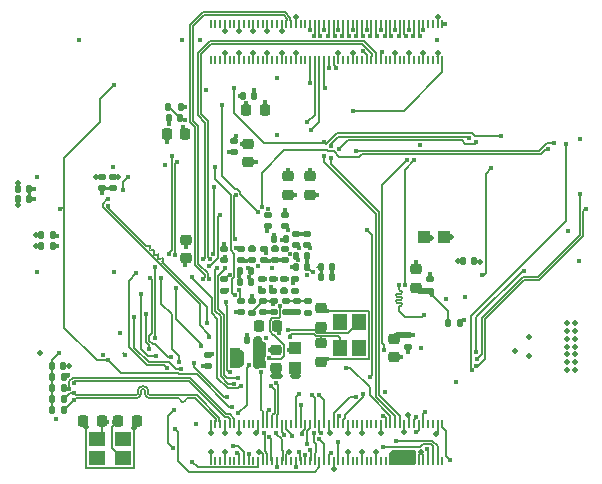
<source format=gbl>
%TF.GenerationSoftware,KiCad,Pcbnew,9.0.6-9.0.6~ubuntu24.04.1*%
%TF.CreationDate,2025-11-03T07:51:59+01:00*%
%TF.ProjectId,BB3plus CM5 STM32H7 module,42423370-6c75-4732-9043-4d352053544d,rev?*%
%TF.SameCoordinates,Original*%
%TF.FileFunction,Copper,L6,Bot*%
%TF.FilePolarity,Positive*%
%FSLAX46Y46*%
G04 Gerber Fmt 4.6, Leading zero omitted, Abs format (unit mm)*
G04 Created by KiCad (PCBNEW 9.0.6-9.0.6~ubuntu24.04.1) date 2025-11-03 07:51:59*
%MOMM*%
%LPD*%
G01*
G04 APERTURE LIST*
G04 Aperture macros list*
%AMRoundRect*
0 Rectangle with rounded corners*
0 $1 Rounding radius*
0 $2 $3 $4 $5 $6 $7 $8 $9 X,Y pos of 4 corners*
0 Add a 4 corners polygon primitive as box body*
4,1,4,$2,$3,$4,$5,$6,$7,$8,$9,$2,$3,0*
0 Add four circle primitives for the rounded corners*
1,1,$1+$1,$2,$3*
1,1,$1+$1,$4,$5*
1,1,$1+$1,$6,$7*
1,1,$1+$1,$8,$9*
0 Add four rect primitives between the rounded corners*
20,1,$1+$1,$2,$3,$4,$5,0*
20,1,$1+$1,$4,$5,$6,$7,0*
20,1,$1+$1,$6,$7,$8,$9,0*
20,1,$1+$1,$8,$9,$2,$3,0*%
G04 Aperture macros list end*
%TA.AperFunction,SMDPad,CuDef*%
%ADD10R,0.200000X0.700000*%
%TD*%
%TA.AperFunction,SMDPad,CuDef*%
%ADD11RoundRect,0.140000X-0.170000X0.140000X-0.170000X-0.140000X0.170000X-0.140000X0.170000X0.140000X0*%
%TD*%
%TA.AperFunction,SMDPad,CuDef*%
%ADD12R,1.400000X1.200000*%
%TD*%
%TA.AperFunction,SMDPad,CuDef*%
%ADD13RoundRect,0.140000X0.170000X-0.140000X0.170000X0.140000X-0.170000X0.140000X-0.170000X-0.140000X0*%
%TD*%
%TA.AperFunction,SMDPad,CuDef*%
%ADD14RoundRect,0.140000X0.140000X0.170000X-0.140000X0.170000X-0.140000X-0.170000X0.140000X-0.170000X0*%
%TD*%
%TA.AperFunction,SMDPad,CuDef*%
%ADD15RoundRect,0.140000X-0.140000X-0.170000X0.140000X-0.170000X0.140000X0.170000X-0.140000X0.170000X0*%
%TD*%
%TA.AperFunction,SMDPad,CuDef*%
%ADD16RoundRect,0.225000X0.225000X0.250000X-0.225000X0.250000X-0.225000X-0.250000X0.225000X-0.250000X0*%
%TD*%
%TA.AperFunction,SMDPad,CuDef*%
%ADD17RoundRect,0.225000X0.250000X-0.225000X0.250000X0.225000X-0.250000X0.225000X-0.250000X-0.225000X0*%
%TD*%
%TA.AperFunction,SMDPad,CuDef*%
%ADD18RoundRect,0.225000X-0.250000X0.225000X-0.250000X-0.225000X0.250000X-0.225000X0.250000X0.225000X0*%
%TD*%
%TA.AperFunction,SMDPad,CuDef*%
%ADD19RoundRect,0.135000X0.135000X0.185000X-0.135000X0.185000X-0.135000X-0.185000X0.135000X-0.185000X0*%
%TD*%
%TA.AperFunction,SMDPad,CuDef*%
%ADD20RoundRect,0.225000X-0.225000X-0.250000X0.225000X-0.250000X0.225000X0.250000X-0.225000X0.250000X0*%
%TD*%
%TA.AperFunction,SMDPad,CuDef*%
%ADD21RoundRect,0.135000X0.185000X-0.135000X0.185000X0.135000X-0.185000X0.135000X-0.185000X-0.135000X0*%
%TD*%
%TA.AperFunction,SMDPad,CuDef*%
%ADD22RoundRect,0.135000X-0.185000X0.135000X-0.185000X-0.135000X0.185000X-0.135000X0.185000X0.135000X0*%
%TD*%
%TA.AperFunction,SMDPad,CuDef*%
%ADD23RoundRect,0.050800X0.449200X0.499200X-0.449200X0.499200X-0.449200X-0.499200X0.449200X-0.499200X0*%
%TD*%
%TA.AperFunction,SMDPad,CuDef*%
%ADD24RoundRect,0.042333X-0.402167X-0.833967X0.402167X-0.833967X0.402167X0.833967X-0.402167X0.833967X0*%
%TD*%
%TA.AperFunction,SMDPad,CuDef*%
%ADD25R,1.200000X1.400000*%
%TD*%
%TA.AperFunction,SMDPad,CuDef*%
%ADD26RoundRect,0.135000X-0.135000X-0.185000X0.135000X-0.185000X0.135000X0.185000X-0.135000X0.185000X0*%
%TD*%
%TA.AperFunction,SMDPad,CuDef*%
%ADD27RoundRect,0.050800X-0.499200X0.449200X-0.499200X-0.449200X0.499200X-0.449200X0.499200X0.449200X0*%
%TD*%
%TA.AperFunction,ViaPad*%
%ADD28C,0.420000*%
%TD*%
%TA.AperFunction,ViaPad*%
%ADD29C,0.450000*%
%TD*%
%TA.AperFunction,ViaPad*%
%ADD30C,0.500000*%
%TD*%
%TA.AperFunction,Conductor*%
%ADD31C,0.152400*%
%TD*%
%TA.AperFunction,Conductor*%
%ADD32C,0.127000*%
%TD*%
%TA.AperFunction,Conductor*%
%ADD33C,0.508000*%
%TD*%
%TA.AperFunction,Conductor*%
%ADD34C,0.254000*%
%TD*%
%TA.AperFunction,Conductor*%
%ADD35C,0.203200*%
%TD*%
G04 APERTURE END LIST*
D10*
%TO.P,SoM1,1,GND*%
%TO.N,GND*%
X114300000Y-110700000D03*
%TO.P,SoM1,2,GND*%
X114300000Y-107620000D03*
%TO.P,SoM1,3,Ethernet_Pair3_P*%
%TO.N,unconnected-(SoM1A-Ethernet_Pair3_P-Pad3)*%
X114700000Y-110700000D03*
%TO.P,SoM1,4,Ethernet_Pair1_P*%
%TO.N,ETH_TXRX_B+*%
X114700000Y-107620000D03*
%TO.P,SoM1,5,Ethernet_Pair3_N*%
%TO.N,unconnected-(SoM1A-Ethernet_Pair3_N-Pad5)*%
X115100000Y-110700000D03*
%TO.P,SoM1,6,Ethernet_Pair1_N*%
%TO.N,ETH_TXRX_B-*%
X115100000Y-107620000D03*
%TO.P,SoM1,7,GND*%
%TO.N,GND*%
X115500000Y-110700000D03*
%TO.P,SoM1,8,GND*%
X115500000Y-107620000D03*
%TO.P,SoM1,9,Ethernet_Pair2_N*%
%TO.N,unconnected-(SoM1A-Ethernet_Pair2_N-Pad9)*%
X115900000Y-110700000D03*
%TO.P,SoM1,10,Ethernet_Pair0_N*%
%TO.N,ETH_TXRX_A-*%
X115900000Y-107620000D03*
%TO.P,SoM1,11,Ethernet_Pair2_P*%
%TO.N,unconnected-(SoM1A-Ethernet_Pair2_P-Pad11)*%
X116300000Y-110700000D03*
%TO.P,SoM1,12,Ethernet_Pair0_P*%
%TO.N,ETH_TXRX_A+*%
X116300000Y-107620000D03*
%TO.P,SoM1,13,GND*%
%TO.N,GND*%
X116700000Y-110700000D03*
%TO.P,SoM1,14,GND*%
X116700000Y-107620000D03*
%TO.P,SoM1,15,Ethernet_nLED3(3.3v)*%
%TO.N,~{ETH_LINK_ACT}*%
X117100000Y-110700000D03*
%TO.P,SoM1,16,Fan_Tacho*%
%TO.N,unconnected-(SoM1A-Fan_Tacho-Pad16)*%
X117100000Y-107620000D03*
%TO.P,SoM1,17,Ethernet_nLED2(3.3v)*%
%TO.N,~{ETH_LINK100}*%
X117500000Y-110700000D03*
%TO.P,SoM1,18,Ethernet_SYNC_OUT(1.8v)*%
%TO.N,unconnected-(SoM1A-Ethernet_SYNC_OUT(1.8v)-Pad18)*%
X117500000Y-107620000D03*
%TO.P,SoM1,19,Fan_PWM*%
%TO.N,unconnected-(SoM1A-Fan_PWM-Pad19)*%
X117900000Y-110700000D03*
%TO.P,SoM1,20,EEPROM_nWP*%
%TO.N,unconnected-(SoM1A-EEPROM_nWP-Pad20)*%
X117900000Y-107620000D03*
%TO.P,SoM1,21,LED_nACT*%
%TO.N,~{LED_ACT}*%
X118300000Y-110700000D03*
%TO.P,SoM1,22,GND*%
%TO.N,GND*%
X118300000Y-107620000D03*
%TO.P,SoM1,23,GND*%
X118700000Y-110700000D03*
%TO.P,SoM1,24,GPIO26*%
%TO.N,~{SYSMCU_CS}*%
X118700000Y-107620000D03*
%TO.P,SoM1,25,GPIO21*%
%TO.N,~{DIB3_IRQ}*%
X119100000Y-110700000D03*
%TO.P,SoM1,26,GPIO19*%
%TO.N,~{DIB1_IRQ}*%
X119100000Y-107620000D03*
%TO.P,SoM1,27,GPIO20*%
%TO.N,~{DIB2_IRQ}*%
X119500000Y-110700000D03*
%TO.P,SoM1,28,GPIO13*%
%TO.N,DIB1{slash}DIB3_MISO*%
X119500000Y-107620000D03*
%TO.P,SoM1,29,GPIO16*%
%TO.N,RS485_TX_EN{slash}DOUT2*%
X119900000Y-110700000D03*
%TO.P,SoM1,30,GPIO6*%
%TO.N,DIB4_MOSI*%
X119900000Y-107620000D03*
%TO.P,SoM1,31,GPIO12*%
%TO.N,~{DIB1_CSA}*%
X120300000Y-110700000D03*
%TO.P,SoM1,32,GND*%
%TO.N,GND*%
X120300000Y-107620000D03*
%TO.P,SoM1,33,GND*%
X120700000Y-110700000D03*
%TO.P,SoM1,34,GPIO5*%
%TO.N,DIB4_MISO*%
X120700000Y-107620000D03*
%TO.P,SoM1,35,ID_SC/GPIO1*%
%TO.N,unconnected-(SoM1A-ID_SC{slash}GPIO1-Pad35)*%
X121100000Y-110700000D03*
%TO.P,SoM1,36,ID_SD/GPIO0*%
%TO.N,unconnected-(SoM1A-ID_SD{slash}GPIO0-Pad36)*%
X121100000Y-107620000D03*
%TO.P,SoM1,37,GPIO7*%
%TO.N,DIB4_SCLK*%
X121500000Y-110700000D03*
%TO.P,SoM1,38,GPIO11*%
%TO.N,DIB2{slash}DIB5_SCLK*%
X121500000Y-107620000D03*
%TO.P,SoM1,39,GPIO8*%
%TO.N,~{DIB2_CSA}*%
X121900000Y-110700000D03*
%TO.P,SoM1,40,GPIO9*%
%TO.N,DIB2{slash}DIB5_MISO*%
X121900000Y-107620000D03*
%TO.P,SoM1,41,GPIO25*%
%TO.N,~{TFT_IRQ}*%
X122300000Y-110700000D03*
%TO.P,SoM1,42,GND*%
%TO.N,GND*%
X122300000Y-107620000D03*
%TO.P,SoM1,43,GND*%
X122700000Y-110700000D03*
%TO.P,SoM1,44,GPIO10*%
%TO.N,DIB2{slash}DIB5_MOSI*%
X122700000Y-107620000D03*
%TO.P,SoM1,45,GPIO24*%
%TO.N,~{SYSMCU_IRQ}*%
X123100000Y-110700000D03*
%TO.P,SoM1,46,GPIO22*%
%TO.N,~{DIB4_IRQ}*%
X123100000Y-107620000D03*
%TO.P,SoM1,47,GPIO23*%
%TO.N,~{DIB5_IRQ}*%
X123500000Y-110700000D03*
%TO.P,SoM1,48,GPIO27*%
%TO.N,WDG_IN*%
X123500000Y-107620000D03*
%TO.P,SoM1,49,GPIO18*%
%TO.N,~{DIB5_CSA}*%
X123900000Y-110700000D03*
%TO.P,SoM1,50,GPIO17*%
%TO.N,~{DIB3_CSA}*%
X123900000Y-107620000D03*
%TO.P,SoM1,51,GPIO15*%
%TO.N,DIB1{slash}DIB3_SCLK*%
X124300000Y-110700000D03*
%TO.P,SoM1,52,GND*%
%TO.N,GND*%
X124300000Y-107620000D03*
%TO.P,SoM1,53,GND*%
X124700000Y-110700000D03*
%TO.P,SoM1,54,GPIO4*%
%TO.N,~{DIB4_CSA}*%
X124700000Y-107620000D03*
%TO.P,SoM1,55,GPIO14*%
%TO.N,DIB1{slash}DIB3_MOSI*%
X125100000Y-110700000D03*
%TO.P,SoM1,56,GPIO3*%
%TO.N,UART0_TX{slash}DOUT3*%
X125100000Y-107620000D03*
%TO.P,SoM1,57,SD_CLK*%
%TO.N,unconnected-(SoM1A-SD_CLK-Pad57)*%
X125500000Y-110700000D03*
%TO.P,SoM1,58,GPIO2*%
%TO.N,UART0_RX{slash}DIN2*%
X125500000Y-107620000D03*
%TO.P,SoM1,59,GND*%
%TO.N,GND*%
X125900000Y-110700000D03*
%TO.P,SoM1,60,GND*%
X125900000Y-107620000D03*
%TO.P,SoM1,61,SD_DAT3*%
%TO.N,unconnected-(SoM1A-SD_DAT3-Pad61)*%
X126300000Y-110700000D03*
%TO.P,SoM1,62,SD_CMD*%
%TO.N,unconnected-(SoM1A-SD_CMD-Pad62)*%
X126300000Y-107620000D03*
%TO.P,SoM1,63,SD_DAT0*%
%TO.N,unconnected-(SoM1A-SD_DAT0-Pad63)*%
X126700000Y-110700000D03*
%TO.P,SoM1,64,SD_DAT5*%
%TO.N,unconnected-(SoM1A-SD_DAT5-Pad64)*%
X126700000Y-107620000D03*
%TO.P,SoM1,65,GND*%
%TO.N,GND*%
X127100000Y-110700000D03*
%TO.P,SoM1,66,GND*%
X127100000Y-107620000D03*
%TO.P,SoM1,67,SD_DAT1*%
%TO.N,unconnected-(SoM1A-SD_DAT1-Pad67)*%
X127500000Y-110700000D03*
%TO.P,SoM1,68,SD_DAT4*%
%TO.N,unconnected-(SoM1A-SD_DAT4-Pad68)*%
X127500000Y-107620000D03*
%TO.P,SoM1,69,SD_DAT2*%
%TO.N,unconnected-(SoM1A-SD_DAT2-Pad69)*%
X127900000Y-110700000D03*
%TO.P,SoM1,70,SD_DAT7*%
%TO.N,unconnected-(SoM1A-SD_DAT7-Pad70)*%
X127900000Y-107620000D03*
%TO.P,SoM1,71,GND*%
%TO.N,GND*%
X128300000Y-110700000D03*
%TO.P,SoM1,72,SD_DAT6*%
%TO.N,unconnected-(SoM1A-SD_DAT6-Pad72)*%
X128300000Y-107620000D03*
%TO.P,SoM1,73,SD_VDD_Override*%
%TO.N,unconnected-(SoM1A-SD_VDD_Override-Pad73)*%
X128700000Y-110700000D03*
%TO.P,SoM1,74,GND*%
%TO.N,GND*%
X128700000Y-107620000D03*
%TO.P,SoM1,75,SD_PWR_ON*%
%TO.N,unconnected-(SoM1A-SD_PWR_ON-Pad75)*%
X129100000Y-110700000D03*
%TO.P,SoM1,76,VBAT*%
%TO.N,+VAUX*%
X129100000Y-107620000D03*
%TO.P,SoM1,77,+5v(Input)*%
%TO.N,/CM5 socket/+5V_IN*%
X129500000Y-110700000D03*
%TO.P,SoM1,78,GPIO_VREF(1.8v/3.3v_Input)*%
%TO.N,GPIO_VREF*%
X129500000Y-107620000D03*
%TO.P,SoM1,79,+5v(Input)*%
%TO.N,/CM5 socket/+5V_IN*%
X129900000Y-110700000D03*
%TO.P,SoM1,80,SCL0*%
%TO.N,SCL*%
X129900000Y-107620000D03*
%TO.P,SoM1,81,+5v(Input)*%
%TO.N,/CM5 socket/+5V_IN*%
X130300000Y-110700000D03*
%TO.P,SoM1,82,SDA0*%
%TO.N,SDA*%
X130300000Y-107620000D03*
%TO.P,SoM1,83,+5v(Input)*%
%TO.N,/CM5 socket/+5V_IN*%
X130700000Y-110700000D03*
%TO.P,SoM1,84,CM5_3.3v*%
%TO.N,+3V3*%
X130700000Y-107620000D03*
%TO.P,SoM1,85,+5v(Input)*%
%TO.N,/CM5 socket/+5V_IN*%
X131100000Y-110700000D03*
%TO.P,SoM1,86,CM5_3.3v*%
%TO.N,+3V3*%
X131100000Y-107620000D03*
%TO.P,SoM1,87,+5v(Input)*%
%TO.N,/CM5 socket/+5V_IN*%
X131500000Y-110700000D03*
%TO.P,SoM1,88,CM5_1.8v*%
%TO.N,+1V8*%
X131500000Y-107620000D03*
%TO.P,SoM1,89,WiFi_nDisable*%
%TO.N,GND*%
X131900000Y-110700000D03*
%TO.P,SoM1,90,CM5_1.8v*%
%TO.N,+1V8*%
X131900000Y-107620000D03*
%TO.P,SoM1,91,BT_nDisable*%
%TO.N,GND*%
X132300000Y-110700000D03*
%TO.P,SoM1,92,PWR_Button*%
%TO.N,~{RESET_OUT}*%
X132300000Y-107620000D03*
%TO.P,SoM1,93,nRPIBOOT*%
%TO.N,BOOT0*%
X132700000Y-110700000D03*
%TO.P,SoM1,94,CC1*%
%TO.N,unconnected-(SoM1A-CC1-Pad94)*%
X132700000Y-107620000D03*
%TO.P,SoM1,95,LED_nPWR*%
%TO.N,~{LED_PWR}*%
X133100000Y-110700000D03*
%TO.P,SoM1,96,CC2*%
%TO.N,unconnected-(SoM1A-CC2-Pad96)*%
X133100000Y-107620000D03*
%TO.P,SoM1,97,CAM_GPIO0*%
%TO.N,UART1_TX{slash}DOUT1*%
X133500000Y-110700000D03*
%TO.P,SoM1,98,GND*%
%TO.N,GND*%
X133500000Y-107620000D03*
%TO.P,SoM1,99,PMIC_EN*%
%TO.N,unconnected-(SoM1A-PMIC_EN-Pad99)*%
X133900000Y-110700000D03*
%TO.P,SoM1,100,CAM_GPIO1*%
%TO.N,UART1_RX{slash}DIN1*%
X133900000Y-107620000D03*
%TO.P,SoM1,101,USB_OTG_ID*%
%TO.N,unconnected-(SoM1B-USB_OTG_ID-Pad101)*%
X114300000Y-76780000D03*
%TO.P,SoM1,102,PCIe_CLK_nREQ*%
%TO.N,unconnected-(SoM1B-PCIe_CLK_nREQ-Pad102)*%
X114300000Y-73700000D03*
%TO.P,SoM1,103,USB_N*%
%TO.N,unconnected-(SoM1B-USB_N-Pad103)*%
X114700000Y-76780000D03*
%TO.P,SoM1,104,PCIE_nWAKE*%
%TO.N,unconnected-(SoM1B-PCIE_nWAKE-Pad104)*%
X114700000Y-73700000D03*
%TO.P,SoM1,105,USB_P*%
%TO.N,unconnected-(SoM1B-USB_P-Pad105)*%
X115100000Y-76780000D03*
%TO.P,SoM1,106,PCIE_PWR_EN*%
%TO.N,unconnected-(SoM1B-PCIE_PWR_EN-Pad106)*%
X115100000Y-73700000D03*
%TO.P,SoM1,107,GND*%
%TO.N,GND*%
X115500000Y-76780000D03*
%TO.P,SoM1,108,GND*%
X115500000Y-73700000D03*
%TO.P,SoM1,109,PCIe_nRST*%
%TO.N,unconnected-(SoM1B-PCIe_nRST-Pad109)*%
X115900000Y-76780000D03*
%TO.P,SoM1,110,PCIe_CLK_P*%
%TO.N,unconnected-(SoM1B-PCIe_CLK_P-Pad110)*%
X115900000Y-73700000D03*
%TO.P,SoM1,111,VBUS_EN_(3.3v)*%
%TO.N,unconnected-(SoM1B-VBUS_EN_(3.3v)-Pad111)*%
X116300000Y-76780000D03*
%TO.P,SoM1,112,PCIe_CLK_N*%
%TO.N,unconnected-(SoM1B-PCIe_CLK_N-Pad112)*%
X116300000Y-73700000D03*
%TO.P,SoM1,113,GND*%
%TO.N,GND*%
X116700000Y-76780000D03*
%TO.P,SoM1,114,GND*%
X116700000Y-73700000D03*
%TO.P,SoM1,115,MIPI0_D0_N*%
%TO.N,unconnected-(SoM1B-MIPI0_D0_N-Pad115)*%
X117100000Y-76780000D03*
%TO.P,SoM1,116,PCIe_RX_P*%
%TO.N,unconnected-(SoM1B-PCIe_RX_P-Pad116)*%
X117100000Y-73700000D03*
%TO.P,SoM1,117,MIPI0_D0_P*%
%TO.N,unconnected-(SoM1B-MIPI0_D0_P-Pad117)*%
X117500000Y-76780000D03*
%TO.P,SoM1,118,PCIe_RX_N*%
%TO.N,unconnected-(SoM1B-PCIe_RX_N-Pad118)*%
X117500000Y-73700000D03*
%TO.P,SoM1,119,GND*%
%TO.N,GND*%
X117900000Y-76780000D03*
%TO.P,SoM1,120,GND*%
X117900000Y-73700000D03*
%TO.P,SoM1,121,MIPI0_D1_N*%
%TO.N,unconnected-(SoM1B-MIPI0_D1_N-Pad121)*%
X118300000Y-76780000D03*
%TO.P,SoM1,122,PCIe_TX_P*%
%TO.N,unconnected-(SoM1B-PCIe_TX_P-Pad122)*%
X118300000Y-73700000D03*
%TO.P,SoM1,123,MIPI0_D1_P*%
%TO.N,unconnected-(SoM1B-MIPI0_D1_P-Pad123)*%
X118700000Y-76780000D03*
%TO.P,SoM1,124,PCIe_TX_N*%
%TO.N,unconnected-(SoM1B-PCIe_TX_N-Pad124)*%
X118700000Y-73700000D03*
%TO.P,SoM1,125,GND*%
%TO.N,GND*%
X119100000Y-76780000D03*
%TO.P,SoM1,126,GND*%
X119100000Y-73700000D03*
%TO.P,SoM1,127,MIPI0_C_N*%
%TO.N,unconnected-(SoM1B-MIPI0_C_N-Pad127)*%
X119500000Y-76780000D03*
%TO.P,SoM1,128,USB3-0-RX_N*%
%TO.N,unconnected-(SoM1B-USB3-0-RX_N-Pad128)*%
X119500000Y-73700000D03*
%TO.P,SoM1,129,MIPI0_C_P*%
%TO.N,unconnected-(SoM1B-MIPI0_C_P-Pad129)*%
X119900000Y-76780000D03*
%TO.P,SoM1,130,USB3-0-RX_P*%
%TO.N,unconnected-(SoM1B-USB3-0-RX_P-Pad130)*%
X119900000Y-73700000D03*
%TO.P,SoM1,131,GND*%
%TO.N,GND*%
X120300000Y-76780000D03*
%TO.P,SoM1,132,GND*%
X120300000Y-73700000D03*
%TO.P,SoM1,133,MIPI0_D2_N*%
%TO.N,unconnected-(SoM1B-MIPI0_D2_N-Pad133)*%
X120700000Y-76780000D03*
%TO.P,SoM1,134,USB3-0-DP*%
%TO.N,DIB1_USB_D+*%
X120700000Y-73700000D03*
%TO.P,SoM1,135,MIPI0_D2_P*%
%TO.N,unconnected-(SoM1B-MIPI0_D2_P-Pad135)*%
X121100000Y-76780000D03*
%TO.P,SoM1,136,USB3-0-DM*%
%TO.N,DIB1_USB_D-*%
X121100000Y-73700000D03*
%TO.P,SoM1,137,GND*%
%TO.N,GND*%
X121500000Y-76780000D03*
%TO.P,SoM1,138,GND*%
X121500000Y-73700000D03*
%TO.P,SoM1,139,MIPI0_D3_N*%
%TO.N,unconnected-(SoM1B-MIPI0_D3_N-Pad139)*%
X121900000Y-76780000D03*
%TO.P,SoM1,140,USB3-0-TX_N*%
%TO.N,unconnected-(SoM1B-USB3-0-TX_N-Pad140)*%
X121900000Y-73700000D03*
%TO.P,SoM1,141,MIPI0_D3_P*%
%TO.N,unconnected-(SoM1B-MIPI0_D3_P-Pad141)*%
X122300000Y-76780000D03*
%TO.P,SoM1,142,USB3-0-TX_P*%
%TO.N,unconnected-(SoM1B-USB3-0-TX_P-Pad142)*%
X122300000Y-73700000D03*
%TO.P,SoM1,143,HDMI1_HOTPLUG*%
%TO.N,TFT_DVID_HPD*%
X122700000Y-76780000D03*
%TO.P,SoM1,144,GND*%
%TO.N,GND*%
X122700000Y-73700000D03*
%TO.P,SoM1,145,HDMI1_SDA*%
%TO.N,TFT_DVID_SDA*%
X123100000Y-76780000D03*
%TO.P,SoM1,146,HDMI1_TX2_P*%
%TO.N,TFT_DVID_TX2_P*%
X123100000Y-73700000D03*
%TO.P,SoM1,147,HDMI1_SCL*%
%TO.N,TFT_DVID_SCL*%
X123500000Y-76780000D03*
%TO.P,SoM1,148,HDMI1_TX2_N*%
%TO.N,TFT_DVID_TX2_N*%
X123500000Y-73700000D03*
%TO.P,SoM1,149,HDMI1_CEC*%
%TO.N,TFT_DVID_CEC*%
X123900000Y-76780000D03*
%TO.P,SoM1,150,GND*%
%TO.N,GND*%
X123900000Y-73700000D03*
%TO.P,SoM1,151,HDMI0_CEC*%
%TO.N,REAR_DVID_CEC*%
X124300000Y-76780000D03*
%TO.P,SoM1,152,HDMI1_TX1_P*%
%TO.N,TFT_DVID_TX1_P*%
X124300000Y-73700000D03*
%TO.P,SoM1,153,HDMI0_HOTPLUG*%
%TO.N,REAR_DVID_HPD*%
X124700000Y-76780000D03*
%TO.P,SoM1,154,HDMI1_TX1_N*%
%TO.N,TFT_DVID_TX1_N*%
X124700000Y-73700000D03*
%TO.P,SoM1,155,GND*%
%TO.N,GND*%
X125100000Y-76780000D03*
%TO.P,SoM1,156,GND*%
X125100000Y-73700000D03*
%TO.P,SoM1,157,USB3-1-RX_N*%
%TO.N,unconnected-(SoM1B-USB3-1-RX_N-Pad157)*%
X125500000Y-76780000D03*
%TO.P,SoM1,158,HDMI1_TX0_P*%
%TO.N,TFT_DVID_TX0_P*%
X125500000Y-73700000D03*
%TO.P,SoM1,159,USB3-1-RX_P*%
%TO.N,unconnected-(SoM1B-USB3-1-RX_P-Pad159)*%
X125900000Y-76780000D03*
%TO.P,SoM1,160,HDMI1_TX0_N*%
%TO.N,TFT_DVID_TX0_N*%
X125900000Y-73700000D03*
%TO.P,SoM1,161,GND*%
%TO.N,GND*%
X126300000Y-76780000D03*
%TO.P,SoM1,162,GND*%
X126300000Y-73700000D03*
%TO.P,SoM1,163,USB3-1-DP*%
%TO.N,unconnected-(SoM1B-USB3-1-DP-Pad163)*%
X126700000Y-76780000D03*
%TO.P,SoM1,164,HDMI1_CLK_P*%
%TO.N,TFT_DVID_CLK_P*%
X126700000Y-73700000D03*
%TO.P,SoM1,165,USB3-1-DM*%
%TO.N,unconnected-(SoM1B-USB3-1-DM-Pad165)*%
X127100000Y-76780000D03*
%TO.P,SoM1,166,HDMI1_CLK_N*%
%TO.N,TFT_DVID_CLK_N*%
X127100000Y-73700000D03*
%TO.P,SoM1,167,GND*%
%TO.N,GND*%
X127500000Y-76780000D03*
%TO.P,SoM1,168,GND*%
X127500000Y-73700000D03*
%TO.P,SoM1,169,USB3-1-TX_N*%
%TO.N,MCU_USB_UP_TX-*%
X127900000Y-76780000D03*
%TO.P,SoM1,170,HDMI0_TX2_P*%
%TO.N,REAR_DVID_TX2_P*%
X127900000Y-73700000D03*
%TO.P,SoM1,171,USB3-1-TX_P*%
%TO.N,MCU_USB_UP_TX+*%
X128300000Y-76780000D03*
%TO.P,SoM1,172,HDMI0_TX2_N*%
%TO.N,REAR_DVID_TX2_N*%
X128300000Y-73700000D03*
%TO.P,SoM1,173,GND*%
%TO.N,GND*%
X128700000Y-76780000D03*
%TO.P,SoM1,174,GND*%
X128700000Y-73700000D03*
%TO.P,SoM1,175,MIPI1_D0_N*%
%TO.N,unconnected-(SoM1B-MIPI1_D0_N-Pad175)*%
X129100000Y-76780000D03*
%TO.P,SoM1,176,HDMI0_TX1_P*%
%TO.N,REAR_DVID_TX1_P*%
X129100000Y-73700000D03*
%TO.P,SoM1,177,MIPI1_D0_P*%
%TO.N,unconnected-(SoM1B-MIPI1_D0_P-Pad177)*%
X129500000Y-76780000D03*
%TO.P,SoM1,178,HDMI0_TX1_N*%
%TO.N,REAR_DVID_TX1_N*%
X129500000Y-73700000D03*
%TO.P,SoM1,179,GND*%
%TO.N,GND*%
X129900000Y-76780000D03*
%TO.P,SoM1,180,GND*%
X129900000Y-73700000D03*
%TO.P,SoM1,181,MIPI1_D1_N*%
%TO.N,unconnected-(SoM1B-MIPI1_D1_N-Pad181)*%
X130300000Y-76780000D03*
%TO.P,SoM1,182,HDMI0_TX0_P*%
%TO.N,REAR_DVID_TX0_P*%
X130300000Y-73700000D03*
%TO.P,SoM1,183,MIPI1_D1_P*%
%TO.N,unconnected-(SoM1B-MIPI1_D1_P-Pad183)*%
X130700000Y-76780000D03*
%TO.P,SoM1,184,HDMI0_TX0_N*%
%TO.N,REAR_DVID_TX0_N*%
X130700000Y-73700000D03*
%TO.P,SoM1,185,GND*%
%TO.N,GND*%
X131100000Y-76780000D03*
%TO.P,SoM1,186,GND*%
X131100000Y-73700000D03*
%TO.P,SoM1,187,MIPI1_C_N*%
%TO.N,unconnected-(SoM1B-MIPI1_C_N-Pad187)*%
X131500000Y-76780000D03*
%TO.P,SoM1,188,HDMI0_CLK_P*%
%TO.N,REAR_DVID_CLK_P*%
X131500000Y-73700000D03*
%TO.P,SoM1,189,MIPI1_C_P*%
%TO.N,unconnected-(SoM1B-MIPI1_C_P-Pad189)*%
X131900000Y-76780000D03*
%TO.P,SoM1,190,HDMI0_CLK_N*%
%TO.N,REAR_DVID_CLK_N*%
X131900000Y-73700000D03*
%TO.P,SoM1,191,GND*%
%TO.N,GND*%
X132300000Y-76780000D03*
%TO.P,SoM1,192,GND*%
X132300000Y-73700000D03*
%TO.P,SoM1,193,MIPI1_D2_N*%
%TO.N,unconnected-(SoM1B-MIPI1_D2_N-Pad193)*%
X132700000Y-76780000D03*
%TO.P,SoM1,194,MIPI1_D3_N*%
%TO.N,unconnected-(SoM1B-MIPI1_D3_N-Pad194)*%
X132700000Y-73700000D03*
%TO.P,SoM1,195,MIPI1_D2_P*%
%TO.N,unconnected-(SoM1B-MIPI1_D2_P-Pad195)*%
X133100000Y-76780000D03*
%TO.P,SoM1,196,MIPI1_D3_P*%
%TO.N,unconnected-(SoM1B-MIPI1_D3_P-Pad196)*%
X133100000Y-73700000D03*
%TO.P,SoM1,197,GND*%
%TO.N,GND*%
X133500000Y-76780000D03*
%TO.P,SoM1,198,GND*%
X133500000Y-73700000D03*
%TO.P,SoM1,199,HDMI0_SDA*%
%TO.N,REAR_DVID_SDA*%
X133900000Y-76780000D03*
%TO.P,SoM1,200,HDMI0_SCL*%
%TO.N,REAR_DVID_SCL*%
X133900000Y-73700000D03*
%TD*%
D11*
%TO.P,C26,1,1*%
%TO.N,+3V3*%
X120620002Y-92783012D03*
%TO.P,C26,2,2*%
%TO.N,GND*%
X120620002Y-93743012D03*
%TD*%
D12*
%TO.P,Y2,1,1*%
%TO.N,Net-(IC6-XTAL2)*%
X104675700Y-108900000D03*
%TO.P,Y2,2,NC*%
%TO.N,unconnected-(Y2-NC-Pad2)*%
X106875700Y-108900000D03*
%TO.P,Y2,3,3*%
%TO.N,Net-(IC6-XTAL1{slash}CLKIN)*%
X106875700Y-110500000D03*
%TO.P,Y2,4,NC*%
%TO.N,unconnected-(Y2-NC-Pad4)*%
X104675700Y-110500000D03*
%TD*%
D13*
%TO.P,C48,1,1*%
%TO.N,Net-(IC5-VDDI)*%
X105108614Y-87630000D03*
%TO.P,C48,2,2*%
%TO.N,GND*%
X105108614Y-86670000D03*
%TD*%
D14*
%TO.P,C43,1,1*%
%TO.N,+3V3*%
X100909433Y-91580819D03*
%TO.P,C43,2,2*%
%TO.N,GND*%
X99949433Y-91580819D03*
%TD*%
%TO.P,C22,1,1*%
%TO.N,/STM32H7 MCU/VLXSMPS*%
X118300000Y-100513012D03*
%TO.P,C22,2,2*%
%TO.N,GND*%
X117340000Y-100513012D03*
%TD*%
D15*
%TO.P,C71,1,1*%
%TO.N,+1V8*%
X117030000Y-79830000D03*
%TO.P,C71,2,2*%
%TO.N,GND*%
X117990000Y-79830000D03*
%TD*%
D14*
%TO.P,C46,1,1*%
%TO.N,+3V3*%
X100909433Y-92500819D03*
%TO.P,C46,2,2*%
%TO.N,GND*%
X99949433Y-92500819D03*
%TD*%
D15*
%TO.P,C12,1,1*%
%TO.N,+3V3*%
X121510002Y-93343012D03*
%TO.P,C12,2,2*%
%TO.N,GND*%
X122470002Y-93343012D03*
%TD*%
D16*
%TO.P,C42,1,1*%
%TO.N,GND*%
X108030700Y-107310000D03*
%TO.P,C42,2,2*%
%TO.N,Net-(IC6-XTAL1{slash}CLKIN)*%
X106480700Y-107310000D03*
%TD*%
D17*
%TO.P,C10,1,1*%
%TO.N,GND*%
X119830002Y-102863012D03*
%TO.P,C10,2,2*%
%TO.N,/STM32H7 MCU/VDDSMPS*%
X119830002Y-101313012D03*
%TD*%
D16*
%TO.P,C13,1,1*%
%TO.N,GND*%
X119915002Y-99323012D03*
%TO.P,C13,2,2*%
%TO.N,/STM32H7 MCU/VDD_SDC*%
X118365002Y-99323012D03*
%TD*%
D15*
%TO.P,C35,1,1*%
%TO.N,+1V8*%
X123600000Y-94260000D03*
%TO.P,C35,2,2*%
%TO.N,GND*%
X124560000Y-94260000D03*
%TD*%
D18*
%TO.P,C59,1,1*%
%TO.N,+1V8*%
X129780000Y-100365000D03*
%TO.P,C59,2,2*%
%TO.N,GND*%
X129780000Y-101915000D03*
%TD*%
D19*
%TO.P,R14,1,1*%
%TO.N,~{XSPI_M_P1_CS}*%
X135440000Y-99070000D03*
%TO.P,R14,2,2*%
%TO.N,+1V8*%
X134420000Y-99070000D03*
%TD*%
D11*
%TO.P,C58,1,1*%
%TO.N,+1V8*%
X130970000Y-100090000D03*
%TO.P,C58,2,2*%
%TO.N,GND*%
X130970000Y-101050000D03*
%TD*%
D20*
%TO.P,C41,1,1*%
%TO.N,GND*%
X103520700Y-107310000D03*
%TO.P,C41,2,2*%
%TO.N,Net-(IC6-XTAL2)*%
X105070700Y-107310000D03*
%TD*%
D17*
%TO.P,C7,1,1*%
%TO.N,+3V3*%
X112180000Y-93575000D03*
%TO.P,C7,2,2*%
%TO.N,GND*%
X112180000Y-92025000D03*
%TD*%
D13*
%TO.P,C34,1,1*%
%TO.N,+1V8*%
X121540002Y-92453012D03*
%TO.P,C34,2,2*%
%TO.N,GND*%
X121540002Y-91493012D03*
%TD*%
%TO.P,C33,1,1*%
%TO.N,+1V8*%
X119120002Y-90833012D03*
%TO.P,C33,2,2*%
%TO.N,GND*%
X119120002Y-89873012D03*
%TD*%
D11*
%TO.P,C14,1,1*%
%TO.N,/STM32H7 MCU/VDD_SDC*%
X121390000Y-95340000D03*
%TO.P,C14,2,2*%
%TO.N,GND*%
X121390000Y-96300000D03*
%TD*%
D13*
%TO.P,C16,1,1*%
%TO.N,+3V3*%
X120470000Y-96300000D03*
%TO.P,C16,2,2*%
%TO.N,GND*%
X120470000Y-95340000D03*
%TD*%
D11*
%TO.P,C24,1,1*%
%TO.N,/STM32H7 MCU/MCU_VREF+*%
X120710000Y-97160000D03*
%TO.P,C24,2,2*%
%TO.N,GND*%
X120710000Y-98120000D03*
%TD*%
D21*
%TO.P,R4,1,1*%
%TO.N,/STM32H7 MCU/MCU_VDDA*%
X117830002Y-98173012D03*
%TO.P,R4,2,2*%
%TO.N,+3V3*%
X117830002Y-97153012D03*
%TD*%
D13*
%TO.P,C25,1,1*%
%TO.N,+3V3*%
X119550000Y-96300000D03*
%TO.P,C25,2,2*%
%TO.N,GND*%
X119550000Y-95340000D03*
%TD*%
%TO.P,C45,1,1*%
%TO.N,Net-(IC5-VDDI)*%
X106030000Y-87630000D03*
%TO.P,C45,2,2*%
%TO.N,GND*%
X106030000Y-86670000D03*
%TD*%
%TO.P,C56,1,1*%
%TO.N,+1V8*%
X132850000Y-96315000D03*
%TO.P,C56,2,2*%
%TO.N,GND*%
X132850000Y-95355000D03*
%TD*%
D17*
%TO.P,C57,1,1*%
%TO.N,+1V8*%
X131660000Y-96050000D03*
%TO.P,C57,2,2*%
%TO.N,GND*%
X131660000Y-94500000D03*
%TD*%
D13*
%TO.P,C36,1,1*%
%TO.N,+1V8*%
X120620002Y-90843012D03*
%TO.P,C36,2,2*%
%TO.N,GND*%
X120620002Y-89883012D03*
%TD*%
D19*
%TO.P,R18,1,1*%
%TO.N,ETH_TXRX_B-*%
X101890000Y-105490000D03*
%TO.P,R18,2,2*%
%TO.N,/Ethernet PHY\u002C PSRAM\u002C eMMC/+3V3_LAN*%
X100870000Y-105490000D03*
%TD*%
D14*
%TO.P,C8,1,1*%
%TO.N,+3V3*%
X117740000Y-95550000D03*
%TO.P,C8,2,2*%
%TO.N,GND*%
X116780000Y-95550000D03*
%TD*%
D22*
%TO.P,R5,1,1*%
%TO.N,/STM32H7 MCU/MCU_VREF+*%
X122550000Y-97140000D03*
%TO.P,R5,2,2*%
%TO.N,+3V3*%
X122550000Y-98160000D03*
%TD*%
D20*
%TO.P,C72,1,1*%
%TO.N,+1V8*%
X117300000Y-81030000D03*
%TO.P,C72,2,2*%
%TO.N,GND*%
X118850000Y-81030000D03*
%TD*%
D11*
%TO.P,C23,1,1*%
%TO.N,/STM32H7 MCU/MCU_VDDA*%
X118760002Y-97163012D03*
%TO.P,C23,2,2*%
%TO.N,GND*%
X118760002Y-98123012D03*
%TD*%
D16*
%TO.P,C70,1,1*%
%TO.N,+1V8*%
X112125000Y-83030000D03*
%TO.P,C70,2,2*%
%TO.N,GND*%
X110575000Y-83030000D03*
%TD*%
D23*
%TO.P,FB5,1*%
%TO.N,/DVID converter\u002C NOR Flash/TVDD*%
X134020000Y-91800000D03*
%TO.P,FB5,2*%
%TO.N,+3V3*%
X132320000Y-91800000D03*
%TD*%
D11*
%TO.P,C38,1,1*%
%TO.N,+1V8*%
X119700002Y-92783012D03*
%TO.P,C38,2,2*%
%TO.N,GND*%
X119700002Y-93743012D03*
%TD*%
D24*
%TO.P,L1,1,1*%
%TO.N,/STM32H7 MCU/VDD_SDC*%
X116347202Y-101983012D03*
%TO.P,L1,2,2*%
%TO.N,/STM32H7 MCU/VLXSMPS*%
X118430002Y-101983012D03*
%TD*%
D14*
%TO.P,C17,1,1*%
%TO.N,/STM32H7 MCU/VDD_SDC*%
X120650002Y-91893012D03*
%TO.P,C17,2,2*%
%TO.N,GND*%
X119690002Y-91893012D03*
%TD*%
D13*
%TO.P,C21,1,1*%
%TO.N,+3V3*%
X115440002Y-93743012D03*
%TO.P,C21,2,2*%
%TO.N,GND*%
X115440002Y-92783012D03*
%TD*%
D11*
%TO.P,C15,1,1*%
%TO.N,+3V3*%
X116830000Y-92780000D03*
%TO.P,C15,2,2*%
%TO.N,GND*%
X116830000Y-93740000D03*
%TD*%
D13*
%TO.P,C28,1,1*%
%TO.N,GND*%
X115440002Y-96303012D03*
%TO.P,C28,2,2*%
%TO.N,/STM32H7 MCU/VDD_SDC*%
X115440002Y-95343012D03*
%TD*%
D25*
%TO.P,Y1,1,1*%
%TO.N,/STM32H7 MCU/RCC_OSC_IN*%
X125250002Y-101143012D03*
%TO.P,Y1,2,NC*%
%TO.N,unconnected-(Y1-NC-Pad2)*%
X125250002Y-98943012D03*
%TO.P,Y1,3,3*%
%TO.N,/STM32H7 MCU/RCC_OSC_OUT*%
X126850002Y-98943012D03*
%TO.P,Y1,4,NC*%
%TO.N,unconnected-(Y1-NC-Pad4)*%
X126850002Y-101143012D03*
%TD*%
D17*
%TO.P,C3,1,1*%
%TO.N,GND*%
X123660002Y-102308012D03*
%TO.P,C3,2,2*%
%TO.N,/STM32H7 MCU/RCC_OSC_IN*%
X123660002Y-100758012D03*
%TD*%
D14*
%TO.P,C69,1,1*%
%TO.N,+1V8*%
X111720000Y-81700000D03*
%TO.P,C69,2,2*%
%TO.N,GND*%
X110760000Y-81700000D03*
%TD*%
D15*
%TO.P,C19,1,1*%
%TO.N,+3V3*%
X121510002Y-94263012D03*
%TO.P,C19,2,2*%
%TO.N,GND*%
X122470002Y-94263012D03*
%TD*%
%TO.P,C32,1,1*%
%TO.N,+1V8*%
X123600000Y-95180000D03*
%TO.P,C32,2,2*%
%TO.N,GND*%
X124560000Y-95180000D03*
%TD*%
D11*
%TO.P,C20,1,1*%
%TO.N,/STM32H7 MCU/VDD_SDC*%
X117750000Y-92780000D03*
%TO.P,C20,2,2*%
%TO.N,GND*%
X117750000Y-93740000D03*
%TD*%
D14*
%TO.P,C44,1,1*%
%TO.N,+1V8*%
X98909433Y-87660819D03*
%TO.P,C44,2,2*%
%TO.N,GND*%
X97949433Y-87660819D03*
%TD*%
D11*
%TO.P,C73,1,1*%
%TO.N,+1V8*%
X116300000Y-83610000D03*
%TO.P,C73,2,2*%
%TO.N,GND*%
X116300000Y-84570000D03*
%TD*%
D26*
%TO.P,R17,1,1*%
%TO.N,/Ethernet PHY\u002C PSRAM\u002C eMMC/+3V3_LAN*%
X100870000Y-106430000D03*
%TO.P,R17,2,2*%
%TO.N,ETH_TXRX_B+*%
X101890000Y-106430000D03*
%TD*%
%TO.P,R16,1,1*%
%TO.N,/Ethernet PHY\u002C PSRAM\u002C eMMC/+3V3_LAN*%
X100870000Y-103610000D03*
%TO.P,R16,2,2*%
%TO.N,ETH_TXRX_A-*%
X101890000Y-103610000D03*
%TD*%
%TO.P,R15,1,1*%
%TO.N,/Ethernet PHY\u002C PSRAM\u002C eMMC/+3V3_LAN*%
X100870000Y-104550000D03*
%TO.P,R15,2,2*%
%TO.N,ETH_TXRX_A+*%
X101890000Y-104550000D03*
%TD*%
D14*
%TO.P,C47,1,1*%
%TO.N,+1V8*%
X98909433Y-88580819D03*
%TO.P,C47,2,2*%
%TO.N,GND*%
X97949433Y-88580819D03*
%TD*%
D11*
%TO.P,C27,1,1*%
%TO.N,/STM32H7 MCU/VDD_SDC*%
X116900002Y-97163012D03*
%TO.P,C27,2,2*%
%TO.N,GND*%
X116900002Y-98123012D03*
%TD*%
D27*
%TO.P,FB1,1*%
%TO.N,/STM32H7 MCU/VDDSMPS*%
X121470002Y-101158012D03*
%TO.P,FB1,2*%
%TO.N,+3V3*%
X121470002Y-102858012D03*
%TD*%
D14*
%TO.P,C11,1,1*%
%TO.N,+3V3*%
X117740000Y-94630000D03*
%TO.P,C11,2,2*%
%TO.N,GND*%
X116780000Y-94630000D03*
%TD*%
D17*
%TO.P,C40,1,1*%
%TO.N,+1V8*%
X120800000Y-88175000D03*
%TO.P,C40,2,2*%
%TO.N,GND*%
X120800000Y-86625000D03*
%TD*%
%TO.P,C39,1,1*%
%TO.N,+1V8*%
X122700000Y-88175000D03*
%TO.P,C39,2,2*%
%TO.N,GND*%
X122700000Y-86625000D03*
%TD*%
D11*
%TO.P,C30,1,1*%
%TO.N,/STM32H7 MCU/MCU_VREF+*%
X121620000Y-97160000D03*
%TO.P,C30,2,2*%
%TO.N,GND*%
X121620000Y-98120000D03*
%TD*%
D14*
%TO.P,C65,1,1*%
%TO.N,/DVID converter\u002C NOR Flash/DVDD*%
X136600000Y-93830000D03*
%TO.P,C65,2,2*%
%TO.N,GND*%
X135640000Y-93830000D03*
%TD*%
%TO.P,C55,1,1*%
%TO.N,GND*%
X101830000Y-102670000D03*
%TO.P,C55,2,2*%
%TO.N,/Ethernet PHY\u002C PSRAM\u002C eMMC/+3V3_LAN*%
X100870000Y-102670000D03*
%TD*%
D18*
%TO.P,C4,1,1*%
%TO.N,GND*%
X123660002Y-97788012D03*
%TO.P,C4,2,2*%
%TO.N,/STM32H7 MCU/RCC_OSC_OUT*%
X123660002Y-99338012D03*
%TD*%
D13*
%TO.P,C18,1,1*%
%TO.N,+3V3*%
X118630000Y-96300000D03*
%TO.P,C18,2,2*%
%TO.N,GND*%
X118630000Y-95340000D03*
%TD*%
D11*
%TO.P,C31,1,1*%
%TO.N,+VAUX*%
X114050000Y-101730000D03*
%TO.P,C31,2,2*%
%TO.N,GND*%
X114050000Y-102690000D03*
%TD*%
D19*
%TO.P,R23,1,1*%
%TO.N,~{XSPIM_P2_CS1}*%
X111740000Y-80740000D03*
%TO.P,R23,2,2*%
%TO.N,+1V8*%
X110720000Y-80740000D03*
%TD*%
D13*
%TO.P,C37,1,1*%
%TO.N,+1V8*%
X122460002Y-92453012D03*
%TO.P,C37,2,2*%
%TO.N,GND*%
X122460002Y-91493012D03*
%TD*%
D11*
%TO.P,C9,1,1*%
%TO.N,+3V3*%
X118780002Y-92783012D03*
%TO.P,C9,2,2*%
%TO.N,GND*%
X118780002Y-93743012D03*
%TD*%
%TO.P,C29,1,1*%
%TO.N,/STM32H7 MCU/MCU_VDDA*%
X119680002Y-97163012D03*
%TO.P,C29,2,2*%
%TO.N,GND*%
X119680002Y-98123012D03*
%TD*%
D18*
%TO.P,C74,1,1*%
%TO.N,+1V8*%
X117490000Y-83885000D03*
%TO.P,C74,2,2*%
%TO.N,GND*%
X117490000Y-85435000D03*
%TD*%
D28*
%TO.N,/STM32H7 MCU/RCC_OSC_IN*%
X121000000Y-100190000D03*
%TO.N,/STM32H7 MCU/RCC_OSC_OUT*%
X120870000Y-99630000D03*
D29*
%TO.N,GND*%
X131990000Y-84000000D03*
X133490000Y-75110000D03*
D30*
X145177076Y-102370000D03*
X144467076Y-102370000D03*
D29*
X135840000Y-96840000D03*
D28*
X134173817Y-97029568D03*
D29*
X129090000Y-104880000D03*
X113400000Y-75110000D03*
D30*
X144467076Y-99020000D03*
X144467076Y-101030000D03*
X140046186Y-101394279D03*
X141207076Y-101800000D03*
X144467076Y-101700000D03*
D29*
X106130000Y-94710000D03*
X135100000Y-104060000D03*
X110460000Y-85620000D03*
D30*
X145177076Y-101700000D03*
D29*
X106000000Y-85800000D03*
D30*
X144467076Y-100360000D03*
D29*
X119920000Y-83120000D03*
X99610000Y-94730000D03*
X103150000Y-75110000D03*
D28*
X132120000Y-101150000D03*
D29*
X119920000Y-78300000D03*
D30*
X141207076Y-100260000D03*
X145177076Y-99020000D03*
X145177076Y-103040000D03*
D29*
X145530000Y-83460000D03*
D28*
X115699500Y-96273200D03*
D29*
X113910000Y-79310000D03*
D30*
X145177076Y-100360000D03*
X145177076Y-101030000D03*
D28*
X122960000Y-94700000D03*
D29*
X99610000Y-86720000D03*
X145480000Y-93790000D03*
D30*
X99840000Y-101610000D03*
X145177076Y-99690000D03*
D29*
X113040000Y-107610000D03*
X111900000Y-75110000D03*
X101178810Y-107149539D03*
D30*
X144467076Y-103040000D03*
X144467076Y-99690000D03*
D28*
X122014158Y-108402825D03*
D29*
X110760000Y-82180000D03*
D30*
X124697284Y-111387822D03*
X99510000Y-91560000D03*
D29*
X116450000Y-98130000D03*
D28*
X127500000Y-74250000D03*
D29*
X110570000Y-83680000D03*
X118150000Y-85430000D03*
D30*
X97950000Y-89070000D03*
X127110000Y-108340000D03*
X132300000Y-76180000D03*
D29*
X120620000Y-89440000D03*
D28*
X123900000Y-74250000D03*
D30*
X115510000Y-109970000D03*
D29*
X130440000Y-101910000D03*
D28*
X125100000Y-74250000D03*
D29*
X117990000Y-79330000D03*
D30*
X115500000Y-74300000D03*
X119100000Y-74300000D03*
X120912400Y-109950191D03*
D29*
X120096724Y-99894946D03*
X119120000Y-89420000D03*
X118880000Y-95350000D03*
D28*
X129899999Y-74250000D03*
D29*
X120140000Y-93730000D03*
D30*
X97950000Y-87190000D03*
D28*
X128790000Y-76090000D03*
D30*
X125900000Y-108340000D03*
X120300000Y-74300000D03*
X135210000Y-93820000D03*
X133386776Y-108409620D03*
X116700000Y-74300000D03*
D29*
X113610000Y-102690000D03*
D28*
X116723873Y-95098690D03*
D29*
X117310000Y-93750000D03*
D30*
X99510000Y-92500000D03*
X114300000Y-108340000D03*
D29*
X119645366Y-91579412D03*
D30*
X125100000Y-76180000D03*
X133500000Y-76180000D03*
X127100000Y-109970000D03*
D28*
X122725283Y-109789521D03*
X112170000Y-92590000D03*
D30*
X121500000Y-76180000D03*
D29*
X119810000Y-95340000D03*
D28*
X122700000Y-74230000D03*
D30*
X116700000Y-76180000D03*
D29*
X119560000Y-103490000D03*
X124160000Y-102047212D03*
X132850000Y-94900000D03*
D30*
X117900000Y-74300000D03*
D29*
X115810000Y-84570000D03*
X124170000Y-98038812D03*
X122000000Y-91500000D03*
X119240000Y-93750000D03*
D30*
X131100000Y-76180000D03*
D29*
X122700000Y-86100000D03*
D30*
X102280000Y-102670000D03*
D29*
X118850000Y-80350000D03*
D30*
X104620567Y-86669181D03*
D29*
X121390000Y-96300000D03*
D30*
X103770000Y-107860000D03*
D28*
X120538179Y-108533998D03*
D30*
X121500000Y-73110000D03*
D28*
X132290000Y-74250000D03*
D30*
X126300000Y-76180000D03*
D29*
X120850000Y-86100000D03*
X122480000Y-93790000D03*
D30*
X114310000Y-109970000D03*
X118167011Y-108344841D03*
X129900000Y-76180000D03*
X119100000Y-76180000D03*
D29*
X119200000Y-98120000D03*
D30*
X107810700Y-107910000D03*
D28*
X120720000Y-95290000D03*
X127200000Y-76050000D03*
D30*
X115500000Y-108340000D03*
D29*
X120135003Y-103490000D03*
D30*
X128300000Y-109970000D03*
D28*
X131090000Y-74250000D03*
D30*
X125910000Y-109970000D03*
X132092098Y-109991248D03*
X124397111Y-108342957D03*
D28*
X126300000Y-74250000D03*
D29*
X117360000Y-100060000D03*
D30*
X117900000Y-76180000D03*
D28*
X128700000Y-74250000D03*
D29*
X131660000Y-93880000D03*
X115430000Y-92380000D03*
D30*
X128700000Y-108340000D03*
X118384626Y-109968754D03*
X106460567Y-86669181D03*
D29*
X121620000Y-98120000D03*
D30*
X120300000Y-76180000D03*
D29*
X130970000Y-101500000D03*
D30*
X116700000Y-108340000D03*
D28*
X124560000Y-94730000D03*
D30*
X133500000Y-73110000D03*
X115500000Y-76180000D03*
D28*
X116506022Y-110022352D03*
%TO.N,/STM32H7 MCU/MCU_VDDA*%
X119559506Y-97460523D03*
%TO.N,/STM32H7 MCU/MCU_VREF+*%
X120710000Y-97160000D03*
%TO.N,ETH_TX_EN*%
X105150775Y-101780775D03*
%TO.N,ETH_MDC*%
X106587522Y-99925724D03*
%TO.N,+3V3*%
X115527782Y-93449791D03*
X119428595Y-95970476D03*
X116395934Y-92693014D03*
X121002312Y-93167319D03*
D29*
X101300000Y-92500000D03*
D28*
X118961414Y-93121003D03*
X117490000Y-94377086D03*
X121186988Y-94263012D03*
X120470000Y-96176977D03*
D29*
X101306334Y-91670417D03*
D28*
X117520002Y-95180000D03*
X118432041Y-96070039D03*
X121680000Y-93730000D03*
X121710000Y-103510000D03*
D30*
X130970000Y-106870000D03*
D28*
X117830000Y-96770000D03*
X121220000Y-103510000D03*
D30*
X132980000Y-91810000D03*
D28*
X122550000Y-98160000D03*
X112160000Y-94150000D03*
D30*
X130700000Y-108300000D03*
D28*
%TO.N,/STM32H7 MCU/VDD_SDC*%
X119519849Y-94369131D03*
X121282981Y-95662029D03*
X120358941Y-91982218D03*
X115906872Y-94978378D03*
X118365002Y-99457000D03*
X116710399Y-96270000D03*
X118280000Y-94200000D03*
X117781331Y-92646223D03*
X116850000Y-101620000D03*
X116850000Y-102050000D03*
X116850000Y-102480000D03*
%TO.N,TFT_DVID_CEC*%
X123974939Y-79115100D03*
D29*
%TO.N,/STM32H7 MCU/VDDSMPS*%
X118989494Y-100293396D03*
D28*
X119320000Y-101310000D03*
X120897002Y-101290000D03*
D29*
%TO.N,~{RESET_OUT}*%
X105588800Y-102152467D03*
D28*
X101540000Y-89380000D03*
X138839999Y-83240000D03*
X116280000Y-79140000D03*
X106120000Y-78900000D03*
X116100000Y-106180000D03*
X120200000Y-97640000D03*
X123922545Y-83753100D03*
X132400000Y-106590000D03*
X119260000Y-102040000D03*
%TO.N,UART1_RX{slash}DIN1*%
X134540000Y-110640000D03*
X107940000Y-94840000D03*
X110570000Y-102820000D03*
%TO.N,ETH_RX_ERR*%
X106880000Y-87820000D03*
X107290000Y-86690000D03*
%TO.N,DVID_SEL2*%
X131500000Y-85270000D03*
X130785950Y-95846507D03*
%TO.N,~{DIB1_CSA}*%
X115624951Y-97262217D03*
X119813800Y-108339679D03*
X115905600Y-103209703D03*
%TO.N,+VAUX*%
X128893990Y-106941846D03*
X114390000Y-101650000D03*
%TO.N,~{DIB3_CSA}*%
X116843616Y-104372988D03*
X112700000Y-95140000D03*
X123458833Y-105144902D03*
%TO.N,TFT_DVID_TX1_P*%
X124211500Y-74720000D03*
%TO.N,~{SYSMCU_CS}*%
X118580000Y-103210000D03*
%TO.N,~{TFT_IRQ}*%
X122300001Y-110196477D03*
%TO.N,MCU_USB_UP_TX-*%
X114250000Y-93640000D03*
%TO.N,SDA*%
X111280000Y-93282400D03*
X136734612Y-83746200D03*
X125125037Y-84317152D03*
X124445832Y-85090000D03*
X111420000Y-85440000D03*
%TO.N,SCL*%
X136205000Y-83416800D03*
X110728795Y-93213929D03*
X124458781Y-84086212D03*
X111020000Y-84860000D03*
X123918764Y-84883500D03*
%TO.N,UART0_TX{slash}DOUT3*%
X125196101Y-106899833D03*
%TO.N,TFT_DVID_TX2_P*%
X123003000Y-74720000D03*
%TO.N,~{DIB4_IRQ}*%
X122850000Y-105150000D03*
%TO.N,WDG_IN*%
X123597875Y-108326717D03*
%TO.N,RS485_TX_EN{slash}DOUT2*%
X127531420Y-91167500D03*
X119899999Y-111203523D03*
X127750000Y-103630000D03*
%TO.N,TFT_DVID_TX2_N*%
X123580000Y-74720000D03*
%TO.N,UART0_RX{slash}DIN2*%
X127180000Y-105040000D03*
%TO.N,TFT_DVID_CLK_P*%
X126611500Y-74720000D03*
%TO.N,~{DIB3_IRQ}*%
X118814091Y-108321135D03*
%TO.N,~{DIB5_CSA}*%
X123457414Y-108879563D03*
%TO.N,TFT_DVID_CLK_N*%
X127188500Y-74720000D03*
%TO.N,DIB1_USB_D+*%
X114180000Y-95310000D03*
%TO.N,TFT_DVID_TX0_P*%
X125411500Y-74720000D03*
D29*
%TO.N,/STM32H7 MCU/VLXSMPS*%
X118522872Y-100725352D03*
D28*
%TO.N,~{DIB2_CSA}*%
X121758811Y-109972005D03*
X117550000Y-102610000D03*
X116601990Y-106670360D03*
%TO.N,~{DIB4_CSA}*%
X126575300Y-105277109D03*
%TO.N,MCU_USB_UP_TX+*%
X113633790Y-93640000D03*
%TO.N,TFT_DVID_TX0_N*%
X125988500Y-74720000D03*
%TO.N,UART1_TX{slash}DOUT1*%
X108360000Y-96560000D03*
X129970000Y-109020000D03*
X109642366Y-101859957D03*
%TO.N,DIB1_USB_D-*%
X113630000Y-95310000D03*
%TO.N,~{DIB5_IRQ}*%
X111617154Y-102324455D03*
X111290000Y-107983600D03*
X110090000Y-95200600D03*
%TO.N,~{DIB1_IRQ}*%
X119229950Y-106426099D03*
%TO.N,~{SYSMCU_IRQ}*%
X123023837Y-108331758D03*
%TO.N,~{DIB2_IRQ}*%
X119269810Y-108687402D03*
%TO.N,TFT_DVID_TX1_N*%
X124788500Y-74720000D03*
%TO.N,BOOT0*%
X113500000Y-100986200D03*
X111330000Y-96100000D03*
X132619898Y-109713500D03*
%TO.N,~{ETH_LINK_ACT}*%
X116200000Y-109460000D03*
%TO.N,ETH_TXRX_B-*%
X102720000Y-105006500D03*
%TO.N,ETH_TXRX_A-*%
X102720000Y-104150000D03*
X102180000Y-103470000D03*
%TO.N,~{ETH_LINK100}*%
X117513200Y-110160501D03*
%TO.N,ETH_TXRX_B+*%
X102720000Y-105553500D03*
%TO.N,ETH_TXRX_A+*%
X102330000Y-104590000D03*
%TO.N,XSPIM_P1_IO0*%
X132350000Y-98370000D03*
X130241382Y-95794988D03*
%TO.N,DVID_SEL1*%
X128953800Y-101310000D03*
X130910000Y-85230000D03*
%TO.N,~{XSPIM_P2_CS1}*%
X112110000Y-80750000D03*
%TO.N,XSPIM_P2_DQS0*%
X115240000Y-80580000D03*
X118289802Y-89630000D03*
%TO.N,TFT_DVID_SDA*%
X122438467Y-82050867D03*
%TO.N,TFT_DVID_SCL*%
X122760000Y-82720000D03*
%TO.N,SDMMC_D5*%
X113950000Y-99070000D03*
X105603807Y-89090991D03*
%TO.N,SDMMC_D4*%
X114185421Y-100222900D03*
X105610694Y-88569434D03*
%TO.N,~{LED_ACT}*%
X112740000Y-110816200D03*
%TO.N,~{XSPI_M_P1_CS}*%
X135780000Y-98800000D03*
%TO.N,REAR_DVID_TX1_N*%
X129588500Y-74720000D03*
%TO.N,REAR_DVID_CLK_P*%
X131411500Y-74720000D03*
%TO.N,REAR_DVID_TX0_N*%
X130788500Y-74720000D03*
%TO.N,REAR_DVID_TX1_P*%
X129011500Y-74720000D03*
%TO.N,REAR_DVID_CLK_N*%
X131988500Y-74720000D03*
%TO.N,REAR_DVID_TX2_N*%
X128388500Y-74720000D03*
%TO.N,REAR_DVID_TX0_P*%
X130211500Y-74720000D03*
%TO.N,REAR_DVID_TX2_P*%
X127811500Y-74720000D03*
%TO.N,REAR_DVID_SDA*%
X126380000Y-81070000D03*
%TO.N,REAR_DVID_CEC*%
X124350000Y-77490000D03*
%TO.N,REAR_DVID_SCL*%
X134120000Y-73720000D03*
%TO.N,+1V8*%
X112142500Y-81830000D03*
X119724329Y-92613012D03*
X116760000Y-79830000D03*
X121807333Y-92720166D03*
X123507006Y-94274747D03*
X122471949Y-94983012D03*
X120801815Y-91201273D03*
D29*
X99326423Y-88538095D03*
D28*
X131450000Y-100090000D03*
X116397000Y-83210000D03*
X119027047Y-91234901D03*
X133051735Y-96685872D03*
X122696657Y-92700800D03*
X121400000Y-88170000D03*
X117300000Y-80450000D03*
X116920000Y-83890000D03*
D29*
X99320000Y-87670000D03*
X131690000Y-108310000D03*
X131710000Y-107010000D03*
D28*
X123320000Y-88170000D03*
X111950000Y-82410000D03*
%TO.N,GPIO_VREF*%
X125767031Y-102845428D03*
%TO.N,DIB4_SCLK*%
X121500001Y-111203522D03*
%TO.N,DIB4_MISO*%
X114810795Y-94381613D03*
X121154421Y-108595182D03*
X116270000Y-104163800D03*
%TO.N,DIB4_MOSI*%
X116598626Y-103726517D03*
X115520004Y-94368945D03*
X119861031Y-104081000D03*
%TO.N,LTDC_G2*%
X144505500Y-91249312D03*
%TO.N,LTDC_B7*%
X146030000Y-89390000D03*
X136790000Y-102660000D03*
%TO.N,LTDC_VSYNC*%
X142858262Y-84324462D03*
X118609098Y-89185858D03*
%TO.N,LTDC_CLK*%
X145540000Y-88120000D03*
X136874715Y-102045813D03*
%TO.N,LTDC_R3*%
X140780489Y-94600489D03*
X136777463Y-101466942D03*
%TO.N,LTDC_B0*%
X138040000Y-85936200D03*
X137253993Y-95010400D03*
%TO.N,LTDC_DE*%
X144370000Y-83850000D03*
X136393329Y-103047829D03*
%TO.N,LTDC_HSYNC*%
X143330000Y-83810000D03*
X116327454Y-96660595D03*
X114660000Y-85870000D03*
X126620000Y-84496500D03*
%TO.N,~{LED_PWR}*%
X128891204Y-109541204D03*
X109593788Y-94328379D03*
X109573411Y-100339740D03*
%TO.N,DIB1{slash}DIB3_MISO*%
X119388571Y-104356668D03*
%TO.N,DIB2{slash}DIB5_SCLK*%
X121748577Y-105037600D03*
%TO.N,DIB1{slash}DIB3_MOSI*%
X125070000Y-109110000D03*
%TO.N,DIB2{slash}DIB5_MISO*%
X121920000Y-106010000D03*
X108786869Y-98273752D03*
X115710000Y-105340000D03*
X112870000Y-102420000D03*
X109028922Y-101246513D03*
%TO.N,DIB2{slash}DIB5_MOSI*%
X107823843Y-98570159D03*
X122466301Y-109304158D03*
X111814799Y-102911677D03*
%TO.N,DIB1{slash}DIB3_SCLK*%
X111073071Y-109634328D03*
X124458085Y-110044336D03*
X115100000Y-89923213D03*
X114110000Y-94230000D03*
X109166800Y-95200600D03*
X110954142Y-101883253D03*
X111166200Y-106417663D03*
%TO.N,/STM32H7 MCU/~{ACTIVE}*%
X107045952Y-101706800D03*
D29*
%TO.N,/Ethernet PHY\u002C PSRAM\u002C eMMC/+3V3_LAN*%
X101450000Y-101610000D03*
%TO.N,/CM5 socket/+5V_IN*%
X130300000Y-110100000D03*
X131409338Y-110081109D03*
X130900000Y-110100000D03*
X129700000Y-110100000D03*
%TO.N,Net-(IC6-XTAL2)*%
X105531049Y-107390418D03*
%TO.N,Net-(IC6-XTAL1{slash}CLKIN)*%
X106130480Y-107394193D03*
D28*
%TO.N,Net-(IC5-VDDI)*%
X105110568Y-88069305D03*
D30*
%TO.N,/DVID converter\u002C NOR Flash/DVDD*%
X137080000Y-93833800D03*
D28*
%TO.N,DVID_CEC*%
X114610000Y-87530000D03*
X114512602Y-93160156D03*
D30*
%TO.N,/DVID converter\u002C NOR Flash/TVDD*%
X134670000Y-91800000D03*
D28*
%TO.N,DVID_HPD*%
X116360000Y-91940000D03*
X116400000Y-88220000D03*
%TO.N,REAR_DVID_HPD*%
X124930000Y-77460000D03*
%TO.N,TFT_DVID_HPD*%
X122700000Y-78740000D03*
%TD*%
D31*
%TO.N,/STM32H7 MCU/RCC_OSC_IN*%
X125250002Y-100350002D02*
X125055512Y-100155512D01*
X123660002Y-100758012D02*
X123660002Y-100155514D01*
X123050000Y-99960000D02*
X121129631Y-99960000D01*
X125250002Y-101143012D02*
X125250002Y-100350002D01*
X123245512Y-100155512D02*
X123050000Y-99960000D01*
X123660000Y-100155512D02*
X123245512Y-100155512D01*
X121129631Y-99960000D02*
X121000000Y-100089631D01*
X121000000Y-100089631D02*
X121000000Y-100190000D01*
X125055512Y-100155512D02*
X123660000Y-100155512D01*
X123660002Y-100155514D02*
X123660000Y-100155512D01*
%TO.N,/STM32H7 MCU/RCC_OSC_OUT*%
X123155132Y-99670000D02*
X123332344Y-99847212D01*
X120910000Y-99670000D02*
X123155132Y-99670000D01*
X123332344Y-99847212D02*
X125945802Y-99847212D01*
X125945802Y-99847212D02*
X126850002Y-98943012D01*
X120870000Y-99630000D02*
X120910000Y-99670000D01*
%TO.N,GND*%
X103770000Y-111302700D02*
X105970000Y-111302700D01*
X120300000Y-73700000D02*
X120300000Y-74300000D01*
D32*
X112180000Y-92025000D02*
X112180000Y-92580000D01*
D31*
X126300000Y-76780000D02*
X126300000Y-76180000D01*
X103770000Y-107860000D02*
X103770000Y-111302700D01*
X133490000Y-76460000D02*
X133500000Y-76450000D01*
X128300000Y-110700000D02*
X128300000Y-109970000D01*
X115500000Y-109980000D02*
X115510000Y-109970000D01*
X133500000Y-76470000D02*
X133490000Y-76460000D01*
X120300000Y-108295819D02*
X120538179Y-108533998D01*
X117900000Y-76780000D02*
X117900000Y-76180000D01*
X122300000Y-107620000D02*
X122300000Y-107972872D01*
X114310000Y-110690000D02*
X114300000Y-110700000D01*
D32*
X120670000Y-95340000D02*
X120720000Y-95290000D01*
D31*
X118700000Y-110134610D02*
X118534144Y-109968754D01*
X125100000Y-76780000D02*
X125100000Y-76180000D01*
X115500000Y-107620000D02*
X115500000Y-108340000D01*
X132300000Y-76780000D02*
X132300000Y-76180000D01*
D33*
X121620000Y-98120000D02*
X120701988Y-98120000D01*
D31*
X116610737Y-110022352D02*
X116506022Y-110022352D01*
X128700000Y-107620000D02*
X128700000Y-108340000D01*
X133500000Y-108296396D02*
X133386776Y-108409620D01*
X105970000Y-111302700D02*
X105971500Y-111304200D01*
X133500000Y-76780000D02*
X133500000Y-76470000D01*
X122700000Y-110700000D02*
X122786201Y-110613799D01*
X131100000Y-76780000D02*
X131100000Y-76180000D01*
X124560000Y-95180000D02*
X124560000Y-94730000D01*
D33*
X119560000Y-103490000D02*
X120135003Y-103490000D01*
D31*
X129900000Y-73700000D02*
X129899999Y-74203522D01*
X125900000Y-109980000D02*
X125910000Y-109970000D01*
X123920802Y-102047212D02*
X127654202Y-102047212D01*
X133500000Y-76450000D02*
X133500000Y-76180000D01*
X133500000Y-107620000D02*
X133500000Y-108296396D01*
X121500000Y-73700000D02*
X121500000Y-73110000D01*
X124700000Y-111385106D02*
X124697284Y-111387822D01*
X133500000Y-73700000D02*
X133500000Y-73110000D01*
X128700000Y-76180000D02*
X128790000Y-76090000D01*
X116700000Y-73700000D02*
X116700000Y-74300000D01*
X116700000Y-107620000D02*
X116700000Y-108340000D01*
X116700000Y-110111615D02*
X116610737Y-110022352D01*
X107779900Y-111304200D02*
X107779900Y-107940800D01*
X128700000Y-76780000D02*
X128700000Y-76180000D01*
X114310000Y-109970000D02*
X114310000Y-110690000D01*
X124700000Y-110700000D02*
X124700000Y-111385106D01*
X131900000Y-110700000D02*
X131900000Y-110183346D01*
X127100000Y-107620000D02*
X127100000Y-108330000D01*
X118300000Y-108211852D02*
X118167011Y-108344841D01*
D32*
X120470000Y-95340000D02*
X120670000Y-95340000D01*
X120701988Y-98120000D02*
X120700000Y-98118012D01*
D31*
X132300000Y-110700000D02*
X132300000Y-110199150D01*
X125900000Y-110700000D02*
X125900000Y-109980000D01*
X115500000Y-110700000D02*
X115500000Y-109980000D01*
X122906990Y-94700000D02*
X122470002Y-94263012D01*
X131900000Y-110183346D02*
X132092098Y-109991248D01*
X127500000Y-76350000D02*
X127200000Y-76050000D01*
X127654202Y-102047212D02*
X127654202Y-98038812D01*
X127654202Y-98038812D02*
X124170000Y-98038812D01*
X127100000Y-108330000D02*
X127110000Y-108340000D01*
D32*
X112180000Y-92580000D02*
X112170000Y-92590000D01*
D31*
X118534144Y-109968754D02*
X118384626Y-109968754D01*
X115500000Y-76780000D02*
X115500000Y-76180000D01*
X119100000Y-76780000D02*
X119100000Y-76180000D01*
X120300000Y-76780000D02*
X120300000Y-76180000D01*
X120700000Y-110700000D02*
X120700000Y-110162591D01*
X115500000Y-73700000D02*
X115500000Y-74300000D01*
X127100000Y-110700000D02*
X127100000Y-109970000D01*
X122300000Y-107972872D02*
X122014158Y-108258714D01*
X114300000Y-107620000D02*
X114300000Y-108340000D01*
X119100000Y-73700000D02*
X119100000Y-74300000D01*
X107779900Y-107940800D02*
X107810700Y-107910000D01*
X116700000Y-76780000D02*
X116700000Y-76180000D01*
X118300000Y-107620000D02*
X118300000Y-108211852D01*
X123660002Y-102308012D02*
X123920802Y-102047212D01*
X120850000Y-86700000D02*
X120850000Y-86100000D01*
X122786201Y-110613799D02*
X122786201Y-109850439D01*
X122960000Y-94700000D02*
X122906990Y-94700000D01*
X125900000Y-107620000D02*
X125900000Y-108340000D01*
X118700000Y-110700000D02*
X118700000Y-110134610D01*
X120300000Y-107620000D02*
X120300000Y-108295819D01*
X116700000Y-110700000D02*
X116700000Y-110111615D01*
X132300000Y-110199150D02*
X132092098Y-109991248D01*
X122014158Y-108258714D02*
X122014158Y-108402825D01*
X129900000Y-76780000D02*
X129900000Y-76180000D01*
X117900000Y-73700000D02*
X117900000Y-74300000D01*
X122786201Y-109850439D02*
X122725283Y-109789521D01*
X124300000Y-107620000D02*
X124300000Y-108245846D01*
X120700000Y-110162591D02*
X120912400Y-109950191D01*
X127500000Y-76780000D02*
X127500000Y-76350000D01*
X121500000Y-76780000D02*
X121500000Y-76180000D01*
X105971500Y-111304200D02*
X107779900Y-111304200D01*
X124300000Y-108245846D02*
X124397111Y-108342957D01*
%TO.N,/STM32H7 MCU/MCU_VDDA*%
X119260066Y-97163012D02*
X118760002Y-97163012D01*
X117830002Y-98093012D02*
X118760002Y-97163012D01*
X119557577Y-97460523D02*
X119260066Y-97163012D01*
X117830002Y-98173012D02*
X117830002Y-98093012D01*
X119559506Y-97460523D02*
X119557577Y-97460523D01*
%TO.N,/STM32H7 MCU/MCU_VREF+*%
X122450002Y-97145000D02*
X122435002Y-97160000D01*
X122435002Y-97160000D02*
X120710000Y-97160000D01*
%TO.N,ETH_MDC*%
X106671868Y-99925724D02*
X106587522Y-99925724D01*
D32*
%TO.N,+3V3*%
X112180000Y-94130000D02*
X112160000Y-94150000D01*
D31*
X122550000Y-98160000D02*
X122455002Y-98160000D01*
D32*
X112180000Y-93575000D02*
X112180000Y-94130000D01*
D33*
X121220000Y-103510000D02*
X121710000Y-103510000D01*
D31*
X132970000Y-91800000D02*
X132980000Y-91810000D01*
X131100000Y-107000000D02*
X130970000Y-106870000D01*
X132320000Y-91800000D02*
X132970000Y-91800000D01*
X101299181Y-92500819D02*
X101300000Y-92500000D01*
X100909433Y-91580819D02*
X101216736Y-91580819D01*
X101216736Y-91580819D02*
X101306334Y-91670417D01*
X121510002Y-93343012D02*
X121510002Y-93560002D01*
X131100000Y-107620000D02*
X131100000Y-107000000D01*
X117830002Y-96770002D02*
X117830000Y-96770000D01*
X121510002Y-93560002D02*
X121680000Y-93730000D01*
X100909433Y-92500819D02*
X101299181Y-92500819D01*
X117830002Y-97153012D02*
X117830002Y-96770002D01*
X122455002Y-98160000D02*
X122450002Y-98165000D01*
X130700000Y-107620000D02*
X130700000Y-108300000D01*
X121510002Y-94263012D02*
X121186988Y-94263012D01*
D33*
%TO.N,/STM32H7 MCU/VDD_SDC*%
X116850000Y-102480000D02*
X116850000Y-101620000D01*
D31*
X117656791Y-92646223D02*
X117781331Y-92646223D01*
X116900002Y-97163012D02*
X116750000Y-97013010D01*
D32*
X116347202Y-101983012D02*
X116486988Y-101983012D01*
X116486988Y-101983012D02*
X116850000Y-101620000D01*
D31*
X116750000Y-97013010D02*
X116750000Y-96309601D01*
X121200002Y-95489915D02*
X121233883Y-95523796D01*
X116750000Y-96309601D02*
X116710399Y-96270000D01*
X115804635Y-94978379D02*
X115440002Y-95343012D01*
X121200002Y-95343012D02*
X121200002Y-95489915D01*
X115906872Y-94978378D02*
X115906871Y-94978379D01*
X115906871Y-94978379D02*
X115804635Y-94978379D01*
X117520002Y-92783012D02*
X117656791Y-92646223D01*
%TO.N,TFT_DVID_CEC*%
X123900000Y-79040161D02*
X123974939Y-79115100D01*
X123900000Y-76780000D02*
X123900000Y-79040161D01*
D32*
%TO.N,/STM32H7 MCU/VDDSMPS*%
X121470002Y-101158012D02*
X121028990Y-101158012D01*
X119323012Y-101313012D02*
X119320000Y-101310000D01*
X121028990Y-101158012D02*
X120897002Y-101290000D01*
X119830002Y-101313012D02*
X119323012Y-101313012D01*
D31*
%TO.N,~{RESET_OUT}*%
X125011039Y-82930600D02*
X124066539Y-83875100D01*
D32*
X120496502Y-100883744D02*
X120496502Y-101853153D01*
D31*
X101890000Y-89280000D02*
X101890000Y-99440000D01*
D32*
X119511246Y-98656512D02*
X119273502Y-98894256D01*
X120195685Y-97648121D02*
X120195685Y-98533439D01*
D31*
X136380600Y-82930600D02*
X125011039Y-82930600D01*
D32*
X119680224Y-100067466D02*
X120496502Y-100883744D01*
X120283000Y-102066655D02*
X119286655Y-102066655D01*
X120200000Y-97643806D02*
X120195685Y-97648121D01*
D31*
X101640000Y-89280000D02*
X101540000Y-89380000D01*
D32*
X120072612Y-98656512D02*
X119511246Y-98656512D01*
X120195685Y-98533439D02*
X120072612Y-98656512D01*
D31*
X138839999Y-83240000D02*
X136690000Y-83240000D01*
X116290000Y-81260000D02*
X118830000Y-83800000D01*
D32*
X119286655Y-102066655D02*
X119260000Y-102040000D01*
X120496502Y-101853153D02*
X120283000Y-102066655D01*
D31*
X101890000Y-89280000D02*
X101640000Y-89280000D01*
D32*
X119273502Y-99751768D02*
X119589200Y-100067466D01*
D31*
X106716333Y-103280000D02*
X111495531Y-103280000D01*
X123875645Y-83800000D02*
X123922545Y-83753100D01*
X105580000Y-102130000D02*
X105588800Y-102138800D01*
D32*
X120200000Y-97640000D02*
X120200000Y-97643806D01*
D31*
X113097877Y-103397877D02*
X115824648Y-106124648D01*
X101890000Y-99440000D02*
X104644975Y-102194975D01*
X136690000Y-83240000D02*
X136380600Y-82930600D01*
X116290000Y-79150000D02*
X116290000Y-81260000D01*
X104931000Y-80089000D02*
X104931000Y-82049000D01*
X105546292Y-102194975D02*
X105588800Y-102152467D01*
X124066539Y-83875100D02*
X124044545Y-83875100D01*
X101890000Y-85090000D02*
X101890000Y-89280000D01*
X118830000Y-83800000D02*
X123875645Y-83800000D01*
X116044648Y-106124648D02*
X116100000Y-106180000D01*
X116280000Y-79140000D02*
X116290000Y-79150000D01*
X115824648Y-106124648D02*
X116044648Y-106124648D01*
D32*
X119589200Y-100067466D02*
X119680224Y-100067466D01*
D31*
X104644975Y-102194975D02*
X105546292Y-102194975D01*
X111613408Y-103397877D02*
X113097877Y-103397877D01*
X124044545Y-83875100D02*
X123922545Y-83753100D01*
X105588800Y-102138800D02*
X105588800Y-102152467D01*
X132300000Y-106690000D02*
X132400000Y-106590000D01*
X132300000Y-107620000D02*
X132300000Y-106690000D01*
X106120000Y-78900000D02*
X104931000Y-80089000D01*
X111495531Y-103280000D02*
X111613408Y-103397877D01*
X105588800Y-102152467D02*
X106716333Y-103280000D01*
D32*
X119273502Y-98894256D02*
X119273502Y-99751768D01*
D31*
X104931000Y-82049000D02*
X101890000Y-85090000D01*
%TO.N,UART1_RX{slash}DIN1*%
X134204200Y-110304200D02*
X134540000Y-110640000D01*
X108924555Y-102620000D02*
X107337643Y-101033088D01*
X110370000Y-102620000D02*
X108924555Y-102620000D01*
X133900000Y-107620000D02*
X133900000Y-107870000D01*
X134204200Y-108174200D02*
X134204200Y-110304200D01*
X107337643Y-101033088D02*
X107337643Y-95442357D01*
X107337643Y-95442357D02*
X107940000Y-94840000D01*
X133900000Y-107870000D02*
X134204200Y-108174200D01*
X110570000Y-102820000D02*
X110370000Y-102620000D01*
%TO.N,ETH_RX_ERR*%
X106880000Y-87110000D02*
X107290000Y-86700000D01*
X106880000Y-87820000D02*
X106880000Y-87110000D01*
X107290000Y-86700000D02*
X107290000Y-86690000D01*
D32*
%TO.N,DVID_SEL2*%
X130710000Y-86060000D02*
X130710000Y-95770557D01*
X131500000Y-85270000D02*
X130710000Y-86060000D01*
X130710000Y-95770557D02*
X130785950Y-95846507D01*
D31*
%TO.N,~{DIB1_CSA}*%
X119813800Y-108396302D02*
X119813800Y-108339679D01*
X120300000Y-108882502D02*
X119813800Y-108396302D01*
X115698502Y-97622569D02*
X115624951Y-97549018D01*
X120395800Y-110604200D02*
X120395800Y-109885702D01*
X120395800Y-109885702D02*
X120300000Y-109789902D01*
X115905600Y-103209703D02*
X115698502Y-103002605D01*
X115624951Y-97549018D02*
X115624951Y-97262217D01*
X115698502Y-103002605D02*
X115698502Y-97622569D01*
X120300000Y-110700000D02*
X120395800Y-110604200D01*
X120300000Y-109789902D02*
X120300000Y-108882502D01*
%TO.N,+VAUX*%
X129100000Y-107620000D02*
X129100000Y-107039558D01*
X129100000Y-107039558D02*
X129002288Y-106941846D01*
X129002288Y-106941846D02*
X128893990Y-106941846D01*
%TO.N,~{DIB3_CSA}*%
X115768000Y-104578000D02*
X116638604Y-104578000D01*
X116638604Y-104578000D02*
X116843616Y-104372988D01*
X114858302Y-103668302D02*
X115768000Y-104578000D01*
X114380000Y-96930000D02*
X114380000Y-98180000D01*
X112700000Y-95140000D02*
X112700000Y-95250000D01*
X123900000Y-107620000D02*
X123900000Y-105586069D01*
X114380000Y-98180000D02*
X114858302Y-98658302D01*
X114858302Y-98658302D02*
X114858302Y-103668302D01*
X123900000Y-105586069D02*
X123458833Y-105144902D01*
X112700000Y-95250000D02*
X114380000Y-96930000D01*
D32*
%TO.N,TFT_DVID_TX1_P*%
X124300000Y-74593286D02*
X124211500Y-74681786D01*
X124300000Y-73700000D02*
X124300000Y-74593286D01*
D31*
%TO.N,~{SYSMCU_CS}*%
X118580000Y-106369991D02*
X118580000Y-103210000D01*
X118700000Y-106489991D02*
X118580000Y-106369991D01*
X118700000Y-107620000D02*
X118700000Y-106489991D01*
%TO.N,~{TFT_IRQ}*%
X122300000Y-110700000D02*
X122300001Y-110196477D01*
D32*
%TO.N,MCU_USB_UP_TX-*%
X114087000Y-81967394D02*
X114087000Y-93460000D01*
X127134394Y-75384000D02*
X114325606Y-75384000D01*
X127973000Y-76222606D02*
X127973000Y-76457000D01*
X113467000Y-81347394D02*
X113467000Y-76242606D01*
X113467000Y-76242606D02*
X114325606Y-75384000D01*
X114087000Y-93477000D02*
X114250000Y-93640000D01*
X127134394Y-75384000D02*
X127973000Y-76222606D01*
X127973000Y-76457000D02*
X127900000Y-76530000D01*
X127900000Y-76530000D02*
X127900000Y-76780000D01*
X114087000Y-93460000D02*
X114087000Y-93477000D01*
X114087000Y-81967394D02*
X113467000Y-81347394D01*
D31*
%TO.N,SDA*%
X111290000Y-85570000D02*
X111290000Y-93272400D01*
X125882189Y-83560000D02*
X125125037Y-84317152D01*
X111420000Y-85440000D02*
X111290000Y-85570000D01*
X111290000Y-93272400D02*
X111280000Y-93282400D01*
X135860000Y-83850000D02*
X135570000Y-83560000D01*
X130300000Y-107620000D02*
X130300000Y-106910000D01*
X128540600Y-89640600D02*
X124445832Y-85545832D01*
X135570000Y-83560000D02*
X125882189Y-83560000D01*
X136630812Y-83850000D02*
X135860000Y-83850000D01*
X128540600Y-105150600D02*
X128540600Y-89640600D01*
X130300000Y-106910000D02*
X128540600Y-105150600D01*
X136734612Y-83746200D02*
X136630812Y-83850000D01*
X124445832Y-85545832D02*
X124445832Y-85090000D01*
%TO.N,SCL*%
X129900000Y-106905132D02*
X128261200Y-105266332D01*
X123918764Y-85428764D02*
X123918764Y-84883500D01*
X136068200Y-83280000D02*
X125056771Y-83280000D01*
X111000000Y-92837292D02*
X110728795Y-93108497D01*
X111020000Y-84860000D02*
X111000000Y-84880000D01*
X136205000Y-83416800D02*
X136068200Y-83280000D01*
X128261200Y-105266332D02*
X128261200Y-89771200D01*
X125056771Y-83280000D02*
X124458781Y-83877990D01*
X124458781Y-83877990D02*
X124458781Y-84086212D01*
X128261200Y-89771200D02*
X123918764Y-85428764D01*
X110728795Y-93108497D02*
X110728795Y-93213929D01*
X111000000Y-84880000D02*
X111000000Y-92837292D01*
X129900000Y-107620000D02*
X129900000Y-106905132D01*
%TO.N,UART0_TX{slash}DOUT3*%
X125100000Y-106995934D02*
X125196101Y-106899833D01*
X125100000Y-107620000D02*
X125100000Y-106995934D01*
D32*
%TO.N,TFT_DVID_TX2_P*%
X123100000Y-74569109D02*
X123011500Y-74657609D01*
X123100000Y-73700000D02*
X123100000Y-74569109D01*
D31*
%TO.N,~{DIB4_IRQ}*%
X123100000Y-107620000D02*
X123100000Y-105400000D01*
X123100000Y-105400000D02*
X122850000Y-105150000D01*
%TO.N,WDG_IN*%
X123499174Y-107620826D02*
X123500000Y-107620000D01*
X123500000Y-107620000D02*
X123500000Y-108228842D01*
X123500000Y-108228842D02*
X123597875Y-108326717D01*
%TO.N,RS485_TX_EN{slash}DOUT2*%
X127750000Y-103630000D02*
X127940000Y-103440000D01*
X127940000Y-103440000D02*
X127940000Y-91576080D01*
X127940000Y-91576080D02*
X127531420Y-91167500D01*
X119899999Y-111203523D02*
X119900000Y-110700000D01*
D32*
%TO.N,TFT_DVID_TX2_N*%
X123500000Y-74569109D02*
X123588500Y-74657609D01*
X123500000Y-73700000D02*
X123500000Y-74569109D01*
D31*
%TO.N,UART0_RX{slash}DIN2*%
X125682301Y-106797699D02*
X125682301Y-107065800D01*
X125682301Y-107065800D02*
X125500000Y-107248101D01*
X127180000Y-105040000D02*
X127180000Y-105300000D01*
X125500000Y-107248101D02*
X125500000Y-107620000D01*
X127180000Y-105300000D02*
X125682301Y-106797699D01*
D32*
%TO.N,TFT_DVID_CLK_P*%
X126700000Y-74601228D02*
X126611500Y-74689728D01*
X126700000Y-73700000D02*
X126700000Y-74601228D01*
D31*
%TO.N,~{DIB3_IRQ}*%
X119100000Y-110139480D02*
X118849404Y-109888884D01*
X118849404Y-109888884D02*
X118849404Y-108356448D01*
X118849404Y-108356448D02*
X118814091Y-108321135D01*
X119100000Y-110700000D02*
X119100000Y-110139480D01*
%TO.N,~{DIB5_CSA}*%
X123900000Y-110700000D02*
X123900000Y-109322149D01*
X123900000Y-109322149D02*
X123457414Y-108879563D01*
D32*
%TO.N,TFT_DVID_CLK_N*%
X127100000Y-74601228D02*
X127188500Y-74689728D01*
X127100000Y-73700000D02*
X127100000Y-74601228D01*
%TO.N,DIB1_USB_D+*%
X114027000Y-95180000D02*
X114027000Y-94847394D01*
X113209502Y-82319896D02*
X112797000Y-81907394D01*
X120700000Y-73450000D02*
X120700000Y-73700000D01*
X120773000Y-73377000D02*
X120700000Y-73450000D01*
X114050000Y-95180000D02*
X114180000Y-95310000D01*
X113742606Y-72977000D02*
X120467394Y-72977000D01*
X114027000Y-95180000D02*
X114050000Y-95180000D01*
X113209502Y-94029896D02*
X113209502Y-82319896D01*
X112797000Y-81907394D02*
X112797000Y-73922606D01*
X120467394Y-72977000D02*
X120773000Y-73282606D01*
X120773000Y-73282606D02*
X120773000Y-73377000D01*
X112797000Y-73922606D02*
X113742606Y-72977000D01*
X114027000Y-94847394D02*
X113209502Y-94029896D01*
%TO.N,TFT_DVID_TX0_P*%
X125500000Y-74602002D02*
X125411500Y-74690502D01*
X125500000Y-73700000D02*
X125500000Y-74602002D01*
D31*
%TO.N,~{DIB2_CSA}*%
X121900000Y-110700000D02*
X121813801Y-110613801D01*
X121813801Y-110026995D02*
X121758811Y-109972005D01*
X121813801Y-110613801D02*
X121813801Y-110026995D01*
X117329816Y-102830184D02*
X117550000Y-102610000D01*
X116601990Y-106670360D02*
X117329816Y-105942534D01*
X117329816Y-105942534D02*
X117329816Y-102830184D01*
%TO.N,~{DIB4_CSA}*%
X126095300Y-105277109D02*
X126575300Y-105277109D01*
X124710000Y-106662409D02*
X126095300Y-105277109D01*
X124700000Y-107620000D02*
X124710000Y-107610000D01*
X124710000Y-107610000D02*
X124710000Y-106662409D01*
D32*
%TO.N,MCU_USB_UP_TX+*%
X124759210Y-75130000D02*
X124755210Y-75126000D01*
X113213000Y-76137394D02*
X113213000Y-81452606D01*
X128300000Y-76190394D02*
X127239604Y-75130000D01*
X113833000Y-82072606D02*
X113833000Y-93460000D01*
X128300000Y-76780000D02*
X128300000Y-76190394D01*
X113833000Y-93460000D02*
X113833000Y-93509258D01*
X114220394Y-75130000D02*
X113213000Y-76137394D01*
X124544790Y-75126000D02*
X124540790Y-75130000D01*
X113833000Y-93509258D02*
X113633790Y-93708468D01*
X124540790Y-75130000D02*
X114220394Y-75130000D01*
X127239604Y-75130000D02*
X124759210Y-75130000D01*
X124755210Y-75126000D02*
X124544790Y-75126000D01*
X113213000Y-81452606D02*
X113833000Y-82072606D01*
%TO.N,TFT_DVID_TX0_N*%
X125900000Y-74602002D02*
X125988500Y-74690502D01*
X125900000Y-73700000D02*
X125900000Y-74602002D01*
D31*
%TO.N,UART1_TX{slash}DOUT1*%
X108954775Y-101859957D02*
X108360000Y-101265182D01*
X133040000Y-109020000D02*
X129970000Y-109020000D01*
X108360000Y-101265182D02*
X108360000Y-96560000D01*
X109642366Y-101859957D02*
X108954775Y-101859957D01*
X133500000Y-109480000D02*
X133040000Y-109020000D01*
X133500000Y-110700000D02*
X133500000Y-109480000D01*
D32*
%TO.N,DIB1_USB_D-*%
X121100000Y-73450000D02*
X121027000Y-73377000D01*
X112543000Y-82012606D02*
X112955502Y-82425108D01*
X121027000Y-73177394D02*
X120572606Y-72723000D01*
X113630000Y-95310000D02*
X113773000Y-95167000D01*
X112955502Y-82425108D02*
X112955502Y-94135108D01*
X113773000Y-94952606D02*
X113773000Y-95167000D01*
X121027000Y-73377000D02*
X121027000Y-73177394D01*
X113637394Y-72723000D02*
X112543000Y-73817394D01*
X112543000Y-73817394D02*
X112543000Y-82012606D01*
X112955502Y-94135108D02*
X113773000Y-94952606D01*
X120572606Y-72723000D02*
X113637394Y-72723000D01*
X113773000Y-95167000D02*
X113773000Y-95180000D01*
X121100000Y-73700000D02*
X121100000Y-73450000D01*
D31*
%TO.N,~{DIB5_IRQ}*%
X111617154Y-101858674D02*
X111617154Y-102324455D01*
X110982055Y-101223575D02*
X111617154Y-101858674D01*
X112467722Y-111617722D02*
X123084678Y-111617722D01*
X111290000Y-107983600D02*
X111559271Y-108252871D01*
X110090000Y-97410262D02*
X110982055Y-98302317D01*
X123084678Y-111617722D02*
X123500000Y-111202400D01*
X111559271Y-110709271D02*
X112467722Y-111617722D01*
X111559271Y-108252871D02*
X111559271Y-110709271D01*
X110090000Y-95200600D02*
X110090000Y-97410262D01*
X110982055Y-98302317D02*
X110982055Y-101223575D01*
X123500000Y-111202400D02*
X123500000Y-110700000D01*
%TO.N,~{DIB1_IRQ}*%
X119100000Y-107620000D02*
X119100000Y-106556049D01*
X119100000Y-106556049D02*
X119229950Y-106426099D01*
%TO.N,~{SYSMCU_IRQ}*%
X123100000Y-110102395D02*
X123211483Y-109990912D01*
X123100000Y-110700000D02*
X123100000Y-110102395D01*
X123211483Y-109990912D02*
X123211483Y-109321223D01*
X123211483Y-109321223D02*
X123023837Y-109133577D01*
X123023837Y-109133577D02*
X123023837Y-108331758D01*
%TO.N,~{DIB2_IRQ}*%
X119404200Y-108821792D02*
X119269810Y-108687402D01*
X119500000Y-110700000D02*
X119404200Y-110604200D01*
X119404200Y-110604200D02*
X119404200Y-108821792D01*
D32*
%TO.N,TFT_DVID_TX1_N*%
X124700000Y-74593286D02*
X124788500Y-74681786D01*
X124700000Y-73700000D02*
X124700000Y-74593286D01*
D31*
%TO.N,BOOT0*%
X111330000Y-98660000D02*
X113500000Y-100830000D01*
X132700000Y-109793602D02*
X132619898Y-109713500D01*
X111330000Y-96100000D02*
X111330000Y-98660000D01*
X113500000Y-100830000D02*
X113500000Y-100986200D01*
X132700000Y-110700000D02*
X132700000Y-109793602D01*
%TO.N,~{ETH_LINK_ACT}*%
X117100000Y-110147591D02*
X117100000Y-109930000D01*
X116630000Y-109460000D02*
X116200000Y-109460000D01*
X116870000Y-109700000D02*
X116630000Y-109460000D01*
X117100000Y-110700000D02*
X117100000Y-110147591D01*
X117100000Y-109930000D02*
X116870000Y-109700000D01*
D32*
%TO.N,ETH_TXRX_B-*%
X102866499Y-105152999D02*
X107990000Y-105152999D01*
X102720000Y-105006500D02*
X102866499Y-105152999D01*
X108114999Y-105028000D02*
X108114999Y-104769999D01*
X115100000Y-107370000D02*
X115027000Y-107297000D01*
X108999001Y-104769999D02*
X108999001Y-105028000D01*
X113102605Y-105152999D02*
X109596619Y-105152999D01*
X115100000Y-107620000D02*
X115100000Y-107370000D01*
X102720000Y-105006500D02*
X102373500Y-105006500D01*
X115027000Y-107297000D02*
X115027000Y-107077394D01*
X110218351Y-105152999D02*
X111250000Y-105152999D01*
X108494000Y-104390998D02*
X108620000Y-104390998D01*
X109596619Y-105152999D02*
X111250000Y-105152999D01*
X102373500Y-105006500D02*
X101890000Y-105490000D01*
X115027000Y-107077394D02*
X113102605Y-105152999D01*
X109250000Y-105152999D02*
X110218351Y-105152999D01*
X109124000Y-105152999D02*
X109250000Y-105152999D01*
X108114999Y-104769999D02*
G75*
G02*
X108494000Y-104390999I379001J-1D01*
G01*
X107990000Y-105152999D02*
G75*
G03*
X108114999Y-105028000I0J124999D01*
G01*
X108620000Y-104390998D02*
G75*
G02*
X108999002Y-104769999I0J-379002D01*
G01*
X108999001Y-105028000D02*
G75*
G03*
X109124000Y-105152999I124999J0D01*
G01*
%TO.N,ETH_TXRX_A-*%
X112443220Y-103927000D02*
X115522479Y-107006259D01*
X101890000Y-103610000D02*
X102159999Y-103610000D01*
X102720000Y-103957000D02*
X102750000Y-103927000D01*
X102761020Y-104108980D02*
X102720000Y-104150000D01*
X102820000Y-104108980D02*
X102761020Y-104108980D01*
X102820000Y-104108980D02*
X102820000Y-104107990D01*
X102750000Y-103927000D02*
X112443220Y-103927000D01*
X102159999Y-103610000D02*
X102180000Y-103589999D01*
X102180000Y-103589999D02*
X102180000Y-103470000D01*
X115522479Y-107006259D02*
X115769845Y-107006259D01*
X115900000Y-107136414D02*
X115900000Y-107620000D01*
X102720000Y-104150000D02*
X102720000Y-103957000D01*
X115769845Y-107006259D02*
X115900000Y-107136414D01*
D31*
%TO.N,~{ETH_LINK100}*%
X117513200Y-110686800D02*
X117500000Y-110700000D01*
X117513200Y-110160501D02*
X117513200Y-110686800D01*
D32*
%TO.N,ETH_TXRX_B+*%
X112123400Y-105608547D02*
X112123400Y-105559401D01*
X112997395Y-105407001D02*
X114773000Y-107182606D01*
X109124000Y-105407001D02*
X109250000Y-105407001D01*
X112352000Y-105407001D02*
X112371507Y-105407001D01*
X109596619Y-105407001D02*
X111420000Y-105407001D01*
X109596619Y-105407001D02*
X111590000Y-105407001D01*
X114773000Y-107182606D02*
X114773000Y-107297000D01*
X114700000Y-107370000D02*
X114700000Y-107620000D01*
X102720000Y-105600000D02*
X101890000Y-106430000D01*
X102720000Y-105553500D02*
X102866499Y-105407001D01*
X108744999Y-104769999D02*
X108744999Y-105028000D01*
X102720000Y-105553500D02*
X102720000Y-105600000D01*
X109250000Y-105407001D02*
X110218351Y-105407001D01*
X102866499Y-105407001D02*
X107990000Y-105407001D01*
X112275800Y-105407001D02*
X112352000Y-105407001D01*
X111894800Y-105760947D02*
X111971000Y-105760947D01*
X110218351Y-105407001D02*
X111420000Y-105407001D01*
X111742400Y-105559401D02*
X111742400Y-105608547D01*
X108369001Y-105028000D02*
X108369001Y-104769999D01*
X114773000Y-107297000D02*
X114700000Y-107370000D01*
X112371507Y-105407001D02*
X112997395Y-105407001D01*
X108494000Y-104645000D02*
X108620000Y-104645000D01*
X112123400Y-105559401D02*
G75*
G02*
X112275800Y-105407000I152400J1D01*
G01*
X108369001Y-104769999D02*
G75*
G02*
X108494000Y-104645001I124999J-1D01*
G01*
X111742400Y-105608547D02*
G75*
G03*
X111894800Y-105760900I152400J47D01*
G01*
X108620000Y-104645000D02*
G75*
G02*
X108745000Y-104769999I0J-125000D01*
G01*
X108744999Y-105028000D02*
G75*
G03*
X109124000Y-105407001I379001J0D01*
G01*
X111590000Y-105407001D02*
G75*
G02*
X111742399Y-105559401I0J-152399D01*
G01*
X111971000Y-105760947D02*
G75*
G03*
X112123447Y-105608547I0J152447D01*
G01*
X107990000Y-105407001D02*
G75*
G03*
X108369001Y-105028000I0J379001D01*
G01*
%TO.N,ETH_TXRX_A+*%
X101930000Y-104590000D02*
X101890000Y-104550000D01*
X102750000Y-103673000D02*
X102612482Y-103673000D01*
X112551258Y-103673000D02*
X102750000Y-103673000D01*
X115907259Y-106750259D02*
X115628517Y-106750259D01*
X116300000Y-107620000D02*
X116300000Y-107143000D01*
X102330000Y-104590000D02*
X101930000Y-104590000D01*
X102318500Y-104578500D02*
X102330000Y-104590000D01*
X102318500Y-103966982D02*
X102318500Y-104578500D01*
X115628517Y-106750259D02*
X112551258Y-103673000D01*
X102612482Y-103673000D02*
X102318500Y-103966982D01*
X116300000Y-107143000D02*
X115907259Y-106750259D01*
%TO.N,XSPIM_P1_IO0*%
X130393782Y-96550347D02*
X130342982Y-96550347D01*
X130342982Y-96550347D02*
X130241382Y-96550347D01*
X130241382Y-95794988D02*
X130241382Y-96194747D01*
X130495382Y-96905947D02*
X130495382Y-96956747D01*
X129987382Y-96651947D02*
X129987382Y-96702747D01*
X130342982Y-96296347D02*
X130393782Y-96296347D01*
X130495382Y-97413947D02*
X130495382Y-97464747D01*
X132170000Y-98550000D02*
X132350000Y-98370000D01*
X130342982Y-97312347D02*
X130393782Y-97312347D01*
X130088982Y-96804347D02*
X130241382Y-96804347D01*
X129987382Y-97159947D02*
X129987382Y-97210747D01*
X130241382Y-96804347D02*
X130393782Y-96804347D01*
X130241382Y-97058347D02*
X130088982Y-97058347D01*
X130393782Y-97566347D02*
X130342982Y-97566347D01*
X130241382Y-97312347D02*
X130342982Y-97312347D01*
X130088982Y-97312347D02*
X130241382Y-97312347D01*
X130770000Y-98550000D02*
X132170000Y-98550000D01*
X130495382Y-96397947D02*
X130495382Y-96448747D01*
X130241382Y-97667947D02*
X130241382Y-97718747D01*
X130241382Y-96550347D02*
X130088982Y-96550347D01*
X130241382Y-98021382D02*
X130465422Y-98245422D01*
X130393782Y-97058347D02*
X130241382Y-97058347D01*
X130465422Y-98245422D02*
X130770000Y-98550000D01*
X130241382Y-97718747D02*
X130241382Y-98021382D01*
X130241382Y-96194747D02*
G75*
G03*
X130342982Y-96296318I101618J47D01*
G01*
X130342982Y-97566347D02*
G75*
G03*
X130241447Y-97667947I18J-101553D01*
G01*
X130393782Y-96296347D02*
G75*
G02*
X130495353Y-96397947I18J-101553D01*
G01*
X130495382Y-97464747D02*
G75*
G02*
X130393782Y-97566282I-101582J47D01*
G01*
X129987382Y-96702747D02*
G75*
G03*
X130088982Y-96804318I101618J47D01*
G01*
X130088982Y-97058347D02*
G75*
G03*
X129987447Y-97159947I18J-101553D01*
G01*
X130495382Y-96448747D02*
G75*
G02*
X130393782Y-96550282I-101582J47D01*
G01*
X129987382Y-97210747D02*
G75*
G03*
X130088982Y-97312318I101618J47D01*
G01*
X130393782Y-96804347D02*
G75*
G02*
X130495353Y-96905947I18J-101553D01*
G01*
X130088982Y-96550347D02*
G75*
G03*
X129987447Y-96651947I18J-101553D01*
G01*
X130393782Y-97312347D02*
G75*
G02*
X130495353Y-97413947I18J-101553D01*
G01*
X130495382Y-96956747D02*
G75*
G02*
X130393782Y-97058282I-101582J47D01*
G01*
D31*
%TO.N,DVID_SEL1*%
X128820000Y-87320000D02*
X130910000Y-85230000D01*
X128953800Y-100880738D02*
X128820000Y-100746938D01*
X128820000Y-100746938D02*
X128820000Y-87320000D01*
X128953800Y-101310000D02*
X128953800Y-100880738D01*
D32*
%TO.N,~{XSPIM_P2_CS1}*%
X111750000Y-80750000D02*
X111740000Y-80740000D01*
X112110000Y-80750000D02*
X111750000Y-80750000D01*
%TO.N,XSPIM_P2_DQS0*%
X116535372Y-87694900D02*
X116354702Y-87694900D01*
X116805100Y-88145298D02*
X116805100Y-87964628D01*
X116354702Y-87694900D02*
X115240000Y-86580198D01*
X115240000Y-86580198D02*
X115240000Y-80580000D01*
X118289802Y-89630000D02*
X116805100Y-88145298D01*
X116805100Y-87964628D02*
X116535372Y-87694900D01*
D31*
%TO.N,TFT_DVID_SDA*%
X123100000Y-81389334D02*
X122438467Y-82050867D01*
X123100000Y-76780000D02*
X123100000Y-81389334D01*
%TO.N,TFT_DVID_SCL*%
X122760000Y-82720000D02*
X123500000Y-81980000D01*
X123500000Y-81980000D02*
X123500000Y-76780000D01*
D32*
%TO.N,SDMMC_D5*%
X109872052Y-93397684D02*
X109836129Y-93433604D01*
X109117711Y-92499659D02*
X109153632Y-92535580D01*
X109117709Y-92858868D02*
X109153631Y-92894790D01*
X109836131Y-93218079D02*
X109872052Y-93254000D01*
X109836129Y-93577288D02*
X109872051Y-93613210D01*
X108794421Y-92535580D02*
X105510000Y-89251159D01*
X110015735Y-93613210D02*
X110051657Y-93577289D01*
X109476919Y-93218078D02*
X109512841Y-93254000D01*
X110231261Y-93972420D02*
X110499421Y-94240580D01*
X109656525Y-93254000D02*
X109692447Y-93218079D01*
X110231262Y-93756894D02*
X110195339Y-93792814D01*
X109476921Y-92858869D02*
X109512842Y-92894790D01*
X105510000Y-89184798D02*
X105603807Y-89090991D01*
X110499421Y-94240580D02*
X113950000Y-97691159D01*
X109153632Y-92679264D02*
X109117709Y-92715184D01*
X113950000Y-97691159D02*
X113950000Y-99070000D01*
X108938105Y-92535580D02*
X108974027Y-92499659D01*
X110195341Y-93577289D02*
X110231262Y-93613210D01*
X109297315Y-92894790D02*
X109333237Y-92858869D01*
X109512842Y-93038474D02*
X109476919Y-93074394D01*
X105510000Y-89251159D02*
X105510000Y-89184798D01*
X110195339Y-93936498D02*
X110231261Y-93972420D01*
X110231262Y-93613210D02*
G75*
G02*
X110231310Y-93756942I-71862J-71890D01*
G01*
X109692447Y-93218079D02*
G75*
G02*
X109836131Y-93218079I71842J-71842D01*
G01*
X109512841Y-93254000D02*
G75*
G03*
X109656525Y-93254000I71842J71842D01*
G01*
X109872052Y-93254000D02*
G75*
G02*
X109872010Y-93397642I-71852J-71800D01*
G01*
X109512842Y-92894790D02*
G75*
G02*
X109512810Y-93038442I-71842J-71810D01*
G01*
X109476919Y-93074394D02*
G75*
G03*
X109476955Y-93218042I71881J-71806D01*
G01*
X109153632Y-92535580D02*
G75*
G02*
X109153610Y-92679242I-71832J-71820D01*
G01*
X108794421Y-92535580D02*
G75*
G03*
X108938105Y-92535580I71842J71842D01*
G01*
X109153631Y-92894790D02*
G75*
G03*
X109297315Y-92894790I71842J71842D01*
G01*
X109836129Y-93433604D02*
G75*
G03*
X109836175Y-93577242I71871J-71796D01*
G01*
X110051657Y-93577289D02*
G75*
G02*
X110195341Y-93577289I71842J-71842D01*
G01*
X109333237Y-92858869D02*
G75*
G02*
X109476921Y-92858869I71842J-71842D01*
G01*
X108974027Y-92499659D02*
G75*
G02*
X109117711Y-92499659I71842J-71842D01*
G01*
X110195339Y-93792814D02*
G75*
G03*
X110195295Y-93936542I71861J-71886D01*
G01*
X109872051Y-93613210D02*
G75*
G03*
X110015735Y-93613210I71842J71842D01*
G01*
X109117709Y-92715184D02*
G75*
G03*
X109117735Y-92858842I71891J-71816D01*
G01*
%TO.N,SDMMC_D4*%
X105137193Y-89237562D02*
X105137193Y-88939319D01*
X113368609Y-99240000D02*
X113368609Y-97468978D01*
X105137193Y-88939319D02*
X105507078Y-88569434D01*
X105507078Y-88569434D02*
X105610694Y-88569434D01*
X114185421Y-100056812D02*
X113368609Y-99240000D01*
X114185421Y-100222900D02*
X114185421Y-100056812D01*
X113368609Y-97468978D02*
X105137193Y-89237562D01*
D31*
%TO.N,~{LED_ACT}*%
X118248200Y-111254200D02*
X113178000Y-111254200D01*
X118300000Y-110700000D02*
X118300000Y-111202400D01*
X113178000Y-111254200D02*
X112740000Y-110816200D01*
X118300000Y-111202400D02*
X118248200Y-111254200D01*
D32*
%TO.N,REAR_DVID_TX1_N*%
X129500000Y-74601277D02*
X129588500Y-74689777D01*
X129500000Y-73700000D02*
X129500000Y-74601277D01*
%TO.N,REAR_DVID_CLK_P*%
X131490000Y-73710000D02*
X131490000Y-74611500D01*
X131490000Y-74611500D02*
X131411500Y-74690000D01*
X131500000Y-73700000D02*
X131490000Y-73710000D01*
%TO.N,REAR_DVID_TX0_N*%
X130690000Y-73710000D02*
X130690000Y-74601500D01*
X130690000Y-74601500D02*
X130788500Y-74700000D01*
X130700000Y-73700000D02*
X130690000Y-73710000D01*
%TO.N,REAR_DVID_TX1_P*%
X129100000Y-74601277D02*
X129011500Y-74689777D01*
X129100000Y-73700000D02*
X129100000Y-74601277D01*
%TO.N,REAR_DVID_CLK_N*%
X131900000Y-73700000D02*
X131890000Y-73710000D01*
X131890000Y-73710000D02*
X131890000Y-74591500D01*
X131890000Y-74591500D02*
X131988500Y-74690000D01*
%TO.N,REAR_DVID_TX2_N*%
X128300000Y-73700000D02*
X128300000Y-74598084D01*
X128300000Y-74598084D02*
X128388500Y-74686584D01*
%TO.N,REAR_DVID_TX0_P*%
X130300000Y-74611500D02*
X130211500Y-74700000D01*
X130300000Y-73700000D02*
X130300000Y-74611500D01*
%TO.N,REAR_DVID_TX2_P*%
X127900000Y-73700000D02*
X127900000Y-74598084D01*
X127900000Y-74598084D02*
X127811500Y-74686584D01*
D31*
%TO.N,REAR_DVID_SDA*%
X130630000Y-81070000D02*
X126380000Y-81070000D01*
X133900000Y-76780000D02*
X133900000Y-77800000D01*
X133900000Y-77800000D02*
X130630000Y-81070000D01*
%TO.N,REAR_DVID_CEC*%
X124350000Y-77490000D02*
X124300000Y-77440000D01*
X124300000Y-77440000D02*
X124300000Y-76780000D01*
%TO.N,REAR_DVID_SCL*%
X134120000Y-73720000D02*
X133920000Y-73720000D01*
X133920000Y-73720000D02*
X133900000Y-73700000D01*
D34*
%TO.N,+1V8*%
X123600000Y-95180000D02*
X123600000Y-94260000D01*
D31*
X121540002Y-92453012D02*
X121540179Y-92453012D01*
X131450000Y-100090000D02*
X130970000Y-100090000D01*
X121540179Y-92453012D02*
X121807333Y-92720166D01*
X117030000Y-79830000D02*
X116760000Y-79830000D01*
X131900000Y-107620000D02*
X131900000Y-108100000D01*
X116300000Y-83610000D02*
X116300000Y-83307000D01*
X119120002Y-91141946D02*
X119027047Y-91234901D01*
X120801815Y-91201273D02*
X120801815Y-91024825D01*
X119748412Y-92637095D02*
X119724329Y-92613012D01*
X116925000Y-83885000D02*
X116920000Y-83890000D01*
X117490000Y-83885000D02*
X116925000Y-83885000D01*
X131900000Y-108100000D02*
X131690000Y-108310000D01*
X123334747Y-94274747D02*
X123507006Y-94274747D01*
X122460002Y-92453012D02*
X122700559Y-92693569D01*
X131500000Y-107620000D02*
X131500000Y-107220000D01*
X120801815Y-91024825D02*
X120620002Y-90843012D01*
D35*
X99326423Y-88538095D02*
X99178242Y-88538095D01*
D31*
X122700559Y-92696898D02*
X122696657Y-92700800D01*
X122700000Y-88175000D02*
X123315000Y-88175000D01*
X116300000Y-83307000D02*
X116397000Y-83210000D01*
D35*
X99178242Y-88538095D02*
X99135518Y-88580819D01*
D31*
X119700002Y-92783012D02*
X119748412Y-92734602D01*
X119120002Y-90833012D02*
X119120002Y-91141946D01*
X112125000Y-83030000D02*
X112125000Y-82585000D01*
D32*
X134420000Y-98054137D02*
X133051735Y-96685872D01*
D31*
X121395000Y-88175000D02*
X121400000Y-88170000D01*
X117300000Y-81030000D02*
X117300000Y-80450000D01*
D33*
X130970000Y-100090000D02*
X130055000Y-100090000D01*
D31*
X112132500Y-81840000D02*
X111860000Y-81840000D01*
X132850000Y-96594999D02*
X132940873Y-96685872D01*
X112142500Y-81830000D02*
X112132500Y-81840000D01*
D33*
X130055000Y-100090000D02*
X129780000Y-100365000D01*
X131925000Y-96315000D02*
X131660000Y-96050000D01*
D31*
X120800000Y-88175000D02*
X121395000Y-88175000D01*
X123315000Y-88175000D02*
X123320000Y-88170000D01*
D34*
X98909433Y-87660819D02*
X98909433Y-88580819D01*
D32*
X110760000Y-80740000D02*
X111720000Y-81700000D01*
X110720000Y-80740000D02*
X110760000Y-80740000D01*
D31*
X132850000Y-96315000D02*
X132850000Y-96594999D01*
X122700559Y-92693569D02*
X122700559Y-92696898D01*
X111860000Y-81840000D02*
X111720000Y-81700000D01*
X119748412Y-92734602D02*
X119748412Y-92637095D01*
D35*
X99135518Y-88580819D02*
X98909433Y-88580819D01*
D31*
X132940873Y-96685872D02*
X133051735Y-96685872D01*
D32*
X134420000Y-99070000D02*
X134420000Y-98054137D01*
D31*
X131500000Y-107220000D02*
X131710000Y-107010000D01*
X123330000Y-94270000D02*
X123334747Y-94274747D01*
X112125000Y-82585000D02*
X111950000Y-82410000D01*
D33*
X132850000Y-96315000D02*
X131925000Y-96315000D01*
D31*
%TO.N,GPIO_VREF*%
X129500000Y-107620000D02*
X129500000Y-106905131D01*
X127770600Y-104490600D02*
X126125428Y-102845428D01*
X129500000Y-106905131D02*
X127770600Y-105175731D01*
X127770600Y-105175731D02*
X127770600Y-104490600D01*
X126125428Y-102845428D02*
X125767031Y-102845428D01*
%TO.N,DIB4_MISO*%
X115748932Y-104163800D02*
X116270000Y-104163800D01*
X120700000Y-108047798D02*
X121154421Y-108502219D01*
X114810795Y-94381613D02*
X114640000Y-94552408D01*
X114659400Y-98009400D02*
X115137702Y-98487702D01*
X114640000Y-96794868D02*
X114659400Y-96814268D01*
X114659400Y-96814268D02*
X114659400Y-98009400D01*
X114640000Y-94552408D02*
X114640000Y-96794868D01*
X121154421Y-108502219D02*
X121154421Y-108595182D01*
X115137702Y-98487702D02*
X115137702Y-103552570D01*
X115137702Y-103552570D02*
X115748932Y-104163800D01*
X120700000Y-107620000D02*
X120700000Y-108047798D01*
%TO.N,DIB4_MOSI*%
X115520000Y-94368949D02*
X115520000Y-94462360D01*
X115419400Y-103429400D02*
X115714447Y-103724447D01*
X119900000Y-106838771D02*
X119995550Y-106743221D01*
X114925802Y-96685538D02*
X114938800Y-96698537D01*
X119900000Y-107620000D02*
X119900000Y-106838771D01*
X115419400Y-98374268D02*
X115419400Y-103429400D01*
X114925802Y-95056558D02*
X114925802Y-96685538D01*
X115520004Y-94368945D02*
X115520000Y-94368949D01*
X119995550Y-104215519D02*
X119861031Y-104081000D01*
X114938800Y-97893668D02*
X115419400Y-98374268D01*
X115520000Y-94462360D02*
X114925802Y-95056558D01*
X114938800Y-96698537D02*
X114938800Y-97893668D01*
X116262390Y-103724447D02*
X116264460Y-103726517D01*
X116264460Y-103726517D02*
X116598626Y-103726517D01*
X115714447Y-103724447D02*
X116262390Y-103724447D01*
X119995550Y-106743221D02*
X119995550Y-104215519D01*
D32*
%TO.N,LTDC_B7*%
X140835000Y-95405000D02*
X137517500Y-98722500D01*
X137517500Y-102072659D02*
X136930159Y-102660000D01*
X145850000Y-91640000D02*
X142085000Y-95405000D01*
X145850000Y-89570000D02*
X145850000Y-91640000D01*
X136930159Y-102660000D02*
X136790000Y-102660000D01*
X142085000Y-95405000D02*
X140835000Y-95405000D01*
X146030000Y-89390000D02*
X145850000Y-89570000D01*
X137517500Y-98722500D02*
X137517500Y-102072659D01*
%TO.N,LTDC_VSYNC*%
X125180000Y-84970000D02*
X126839955Y-84970000D01*
X118609098Y-86320902D02*
X120520000Y-84410000D01*
X126839955Y-84970000D02*
X127072755Y-84737200D01*
X120520000Y-84410000D02*
X124157985Y-84410000D01*
X118609098Y-89185858D02*
X118609098Y-86320902D01*
X124251954Y-84503969D02*
X124713969Y-84503969D01*
X142655538Y-84324462D02*
X142858262Y-84324462D01*
X124157985Y-84410000D02*
X124251954Y-84503969D01*
X142242800Y-84737200D02*
X142655538Y-84324462D01*
X124713969Y-84503969D02*
X125180000Y-84970000D01*
X127072755Y-84737200D02*
X142242800Y-84737200D01*
%TO.N,LTDC_CLK*%
X137263500Y-101657028D02*
X136874715Y-102045813D01*
X145540000Y-91590790D02*
X141990790Y-95140000D01*
X137263500Y-98617290D02*
X137263500Y-101657028D01*
X145540000Y-88120000D02*
X145540000Y-91590790D01*
X140740790Y-95140000D02*
X137263500Y-98617290D01*
X141990790Y-95140000D02*
X140740790Y-95140000D01*
%TO.N,LTDC_R3*%
X140780489Y-94600489D02*
X140750301Y-94600489D01*
X140750301Y-94600489D02*
X136790000Y-98560790D01*
X136790000Y-101454405D02*
X136777463Y-101466942D01*
X136790000Y-98560790D02*
X136790000Y-101454405D01*
%TO.N,LTDC_B0*%
X137409600Y-95010400D02*
X137580000Y-94840000D01*
X137253993Y-95010400D02*
X137409600Y-95010400D01*
X137580000Y-94840000D02*
X137580000Y-86396200D01*
X137580000Y-86396200D02*
X138040000Y-85936200D01*
%TO.N,LTDC_DE*%
X136350000Y-98440000D02*
X136350000Y-103004500D01*
X136350000Y-103004500D02*
X136393329Y-103047829D01*
X144370000Y-90420000D02*
X136350000Y-98440000D01*
X144370000Y-83850000D02*
X144370000Y-90420000D01*
%TO.N,LTDC_HSYNC*%
X114660000Y-86880000D02*
X114660000Y-85870000D01*
X116327454Y-96660595D02*
X116231591Y-96660595D01*
X116100000Y-96529004D02*
X116100000Y-95353060D01*
X116231591Y-96660595D02*
X116100000Y-96529004D01*
X143330000Y-83810000D02*
X142755132Y-83810000D01*
X116308373Y-95144687D02*
X116308373Y-93173260D01*
X142755132Y-83810000D02*
X142107331Y-84457800D01*
X116308373Y-93173260D02*
X115984900Y-92849787D01*
X115984900Y-92849787D02*
X115984900Y-88204900D01*
D31*
X126658700Y-84457800D02*
X126620000Y-84496500D01*
D32*
X116100000Y-95353060D02*
X116308373Y-95144687D01*
X142107331Y-84457800D02*
X126658700Y-84457800D01*
X115984900Y-88204900D02*
X114660000Y-86880000D01*
%TO.N,~{LED_PWR}*%
X133100000Y-110700000D02*
X133100000Y-109457170D01*
D31*
X109580000Y-94342167D02*
X109580000Y-95218668D01*
X109589400Y-95228068D02*
X109589400Y-100323751D01*
X109580000Y-95218668D02*
X109589400Y-95228068D01*
D32*
X132929530Y-109286700D02*
X132293300Y-109286700D01*
X132038796Y-109541204D02*
X128891204Y-109541204D01*
X132293300Y-109286700D02*
X132038796Y-109541204D01*
D31*
X109589400Y-100323751D02*
X109573411Y-100339740D01*
D32*
X133100000Y-109457170D02*
X132929530Y-109286700D01*
D31*
X109593788Y-94328379D02*
X109580000Y-94342167D01*
%TO.N,DIB1{slash}DIB3_MISO*%
X119500000Y-106843640D02*
X119500000Y-107620000D01*
X119388571Y-104356668D02*
X119716150Y-104684247D01*
X119716150Y-106627490D02*
X119500000Y-106843640D01*
X119716150Y-104684247D02*
X119716150Y-106627490D01*
%TO.N,DIB2{slash}DIB5_SCLK*%
X121500000Y-107620000D02*
X121500000Y-105286177D01*
X121500000Y-105286177D02*
X121748577Y-105037600D01*
%TO.N,DIB1{slash}DIB3_MOSI*%
X125100000Y-109140000D02*
X125100000Y-110700000D01*
X125070000Y-109110000D02*
X125100000Y-109140000D01*
%TO.N,DIB2{slash}DIB5_MISO*%
X112870000Y-102750000D02*
X115460000Y-105340000D01*
X112870000Y-102420000D02*
X112870000Y-102750000D01*
X108807811Y-98294694D02*
X108807811Y-100656863D01*
X115460000Y-105340000D02*
X115710000Y-105340000D01*
X121900000Y-106030000D02*
X121900000Y-107620000D01*
X109028922Y-100877974D02*
X109028922Y-101246513D01*
X121920000Y-106010000D02*
X121900000Y-106030000D01*
X108786869Y-98273752D02*
X108807811Y-98294694D01*
X108807811Y-100656863D02*
X109028922Y-100877974D01*
%TO.N,DIB2{slash}DIB5_MOSI*%
X109033487Y-102333800D02*
X110771391Y-102333800D01*
X107823843Y-98570159D02*
X107823843Y-101124156D01*
X122700000Y-107968004D02*
X122466301Y-108201703D01*
X107823843Y-101124156D02*
X109033487Y-102333800D01*
X111349268Y-102911677D02*
X111814799Y-102911677D01*
X110771391Y-102333800D02*
X111349268Y-102911677D01*
X122466301Y-108201703D02*
X122466301Y-109304158D01*
X122700000Y-107620000D02*
X122700000Y-107968004D01*
%TO.N,DIB1{slash}DIB3_SCLK*%
X124300000Y-110202421D02*
X124458085Y-110044336D01*
X115089801Y-89923213D02*
X114925802Y-90087212D01*
X109605940Y-100825940D02*
X110663253Y-101883253D01*
X124300000Y-110700000D02*
X124300000Y-110202421D01*
X115100000Y-89923213D02*
X115089801Y-89923213D01*
X114925802Y-93549966D02*
X114245768Y-94230000D01*
X109310000Y-95343800D02*
X109310000Y-99915560D01*
X110663253Y-101883253D02*
X110954142Y-101883253D01*
X110680000Y-106903863D02*
X111166200Y-106417663D01*
X114925802Y-90087212D02*
X114925802Y-93549966D01*
X109087211Y-100138349D02*
X109087211Y-100541131D01*
X111073071Y-109634328D02*
X110680000Y-109241257D01*
X109372020Y-100825940D02*
X109605940Y-100825940D01*
X109310000Y-99915560D02*
X109087211Y-100138349D01*
X110680000Y-109241257D02*
X110680000Y-106903863D01*
X114245768Y-94230000D02*
X114110000Y-94230000D01*
X109166800Y-95200600D02*
X109310000Y-95343800D01*
X109087211Y-100541131D02*
X109372020Y-100825940D01*
%TO.N,/STM32H7 MCU/~{ACTIVE}*%
X106910000Y-101570848D02*
X107045952Y-101706800D01*
%TO.N,/Ethernet PHY\u002C PSRAM\u002C eMMC/+3V3_LAN*%
X100870000Y-103610000D02*
X100870000Y-102670000D01*
X100870000Y-106430000D02*
X100870000Y-105490000D01*
X100870000Y-102670000D02*
X100870000Y-102190000D01*
X100870000Y-102190000D02*
X101450000Y-101610000D01*
X100870000Y-104550000D02*
X100870000Y-103610000D01*
X100870000Y-105490000D02*
X100870000Y-104550000D01*
%TO.N,Net-(IC6-XTAL2)*%
X105070700Y-108505000D02*
X105070700Y-107310000D01*
X105151118Y-107390418D02*
X105070700Y-107310000D01*
X104675700Y-108900000D02*
X105070700Y-108505000D01*
X105531049Y-107390418D02*
X105151118Y-107390418D01*
%TO.N,Net-(IC6-XTAL1{slash}CLKIN)*%
X105971500Y-109595800D02*
X105971500Y-107819200D01*
X106875700Y-110500000D02*
X105971500Y-109595800D01*
X105971500Y-107819200D02*
X106480700Y-107310000D01*
D34*
%TO.N,Net-(IC5-VDDI)*%
X105108614Y-88067351D02*
X105110568Y-88069305D01*
X105108614Y-87630000D02*
X105108614Y-88067351D01*
X106030000Y-87630000D02*
X105108614Y-87630000D01*
D31*
%TO.N,/DVID converter\u002C NOR Flash/DVDD*%
X136600000Y-93830000D02*
X137076200Y-93830000D01*
X137076200Y-93830000D02*
X137080000Y-93833800D01*
D32*
%TO.N,DVID_CEC*%
X114610000Y-93062758D02*
X114610000Y-87530000D01*
X114512602Y-93160156D02*
X114610000Y-93062758D01*
D31*
%TO.N,/DVID converter\u002C NOR Flash/TVDD*%
X134020000Y-91800000D02*
X134670000Y-91800000D01*
D32*
%TO.N,DVID_HPD*%
X116360000Y-91940000D02*
X116250000Y-91830000D01*
X116250000Y-91830000D02*
X116250000Y-88320000D01*
X116350000Y-88220000D02*
X116400000Y-88220000D01*
X116250000Y-88320000D02*
X116350000Y-88220000D01*
D31*
%TO.N,REAR_DVID_HPD*%
X124700000Y-77230000D02*
X124700000Y-76780000D01*
X124930000Y-77460000D02*
X124700000Y-77230000D01*
%TO.N,TFT_DVID_HPD*%
X122700000Y-76780000D02*
X122700000Y-78740000D01*
%TD*%
%TA.AperFunction,Conductor*%
%TO.N,/STM32H7 MCU/VLXSMPS*%
G36*
X118570125Y-100219213D02*
G01*
X118606670Y-100269513D01*
X118611594Y-100300600D01*
X118611594Y-100343152D01*
X118637345Y-100439256D01*
X118637347Y-100439261D01*
X118687097Y-100525430D01*
X118757459Y-100595792D01*
X118843628Y-100645542D01*
X118843634Y-100645545D01*
X118925436Y-100667463D01*
X118977580Y-100701325D01*
X118999862Y-100759369D01*
X119000000Y-100764635D01*
X119000000Y-101111501D01*
X118986523Y-101161800D01*
X118981830Y-101169927D01*
X118981828Y-101169932D01*
X118957100Y-101262218D01*
X118957100Y-101357779D01*
X118981832Y-101450076D01*
X118986521Y-101458197D01*
X119000000Y-101508499D01*
X119000000Y-101745112D01*
X118980787Y-101804243D01*
X118970535Y-101816247D01*
X118969610Y-101817171D01*
X118921829Y-101899928D01*
X118921829Y-101899929D01*
X118897100Y-101992218D01*
X118897100Y-102087781D01*
X118921829Y-102180070D01*
X118921829Y-102180071D01*
X118927121Y-102189236D01*
X118969608Y-102262826D01*
X118969610Y-102262828D01*
X118970535Y-102263753D01*
X118970961Y-102264589D01*
X118973624Y-102268060D01*
X118972980Y-102268553D01*
X118998761Y-102319151D01*
X119000000Y-102334888D01*
X119000000Y-102636091D01*
X118998067Y-102655719D01*
X118984568Y-102723577D01*
X118969547Y-102759839D01*
X118936722Y-102808966D01*
X118908966Y-102836722D01*
X118859840Y-102869547D01*
X118823577Y-102884568D01*
X118800141Y-102889230D01*
X118738398Y-102881923D01*
X118730224Y-102877691D01*
X118720074Y-102871831D01*
X118720069Y-102871829D01*
X118720067Y-102871828D01*
X118627781Y-102847100D01*
X118627777Y-102847100D01*
X118532223Y-102847100D01*
X118532218Y-102847100D01*
X118439929Y-102871829D01*
X118439924Y-102871831D01*
X118414480Y-102886522D01*
X118364180Y-102900000D01*
X118163908Y-102900000D01*
X118144284Y-102898067D01*
X118112450Y-102891735D01*
X118076422Y-102884568D01*
X118040160Y-102869547D01*
X117991033Y-102836722D01*
X117963277Y-102808966D01*
X117930452Y-102759839D01*
X117915432Y-102723580D01*
X117914974Y-102721282D01*
X117911417Y-102703396D01*
X117912695Y-102664399D01*
X117912039Y-102664313D01*
X117912900Y-102657775D01*
X117912900Y-102562224D01*
X117912899Y-102562217D01*
X117903428Y-102526873D01*
X117900000Y-102500835D01*
X117900000Y-100463908D01*
X117901933Y-100444282D01*
X117915431Y-100376424D01*
X117930452Y-100340160D01*
X117956885Y-100300600D01*
X117963279Y-100291030D01*
X117991030Y-100263279D01*
X118040160Y-100230451D01*
X118076424Y-100215431D01*
X118144282Y-100201933D01*
X118163908Y-100200000D01*
X118510994Y-100200000D01*
X118570125Y-100219213D01*
G37*
%TD.AperFunction*%
%TD*%
%TA.AperFunction,Conductor*%
%TO.N,/CM5 socket/+5V_IN*%
G36*
X131426810Y-109801236D02*
G01*
X131521001Y-109816155D01*
X131550930Y-109825880D01*
X131628749Y-109865531D01*
X131654212Y-109884031D01*
X131659733Y-109889552D01*
X131687959Y-109944950D01*
X131689198Y-109960687D01*
X131689198Y-110044288D01*
X131690059Y-110050829D01*
X131687864Y-110051117D01*
X131685129Y-110103333D01*
X131684152Y-110105781D01*
X131670900Y-110137773D01*
X131670900Y-110237484D01*
X131657879Y-110280408D01*
X131659763Y-110281189D01*
X131655972Y-110290340D01*
X131647100Y-110334943D01*
X131647100Y-110963471D01*
X131639821Y-110985873D01*
X131636135Y-111009144D01*
X131630394Y-111014883D01*
X131627887Y-111022602D01*
X131592170Y-111053107D01*
X131550928Y-111074120D01*
X131520996Y-111083845D01*
X131444346Y-111095985D01*
X131426821Y-111098761D01*
X131411086Y-111100000D01*
X129788914Y-111100000D01*
X129773178Y-111098761D01*
X129752075Y-111095418D01*
X129679003Y-111083845D01*
X129649069Y-111074119D01*
X129571250Y-111034468D01*
X129545787Y-111015968D01*
X129484031Y-110954212D01*
X129465531Y-110928749D01*
X129425880Y-110850930D01*
X129416155Y-110821001D01*
X129401237Y-110726811D01*
X129400000Y-110711085D01*
X129400000Y-110188914D01*
X129401236Y-110173189D01*
X129416155Y-110078996D01*
X129425880Y-110049069D01*
X129428316Y-110044288D01*
X129465533Y-109971246D01*
X129484028Y-109945790D01*
X129545790Y-109884028D01*
X129571246Y-109865533D01*
X129649070Y-109825879D01*
X129678996Y-109816155D01*
X129773189Y-109801236D01*
X129788914Y-109800000D01*
X131411086Y-109800000D01*
X131426810Y-109801236D01*
G37*
%TD.AperFunction*%
%TD*%
M02*

</source>
